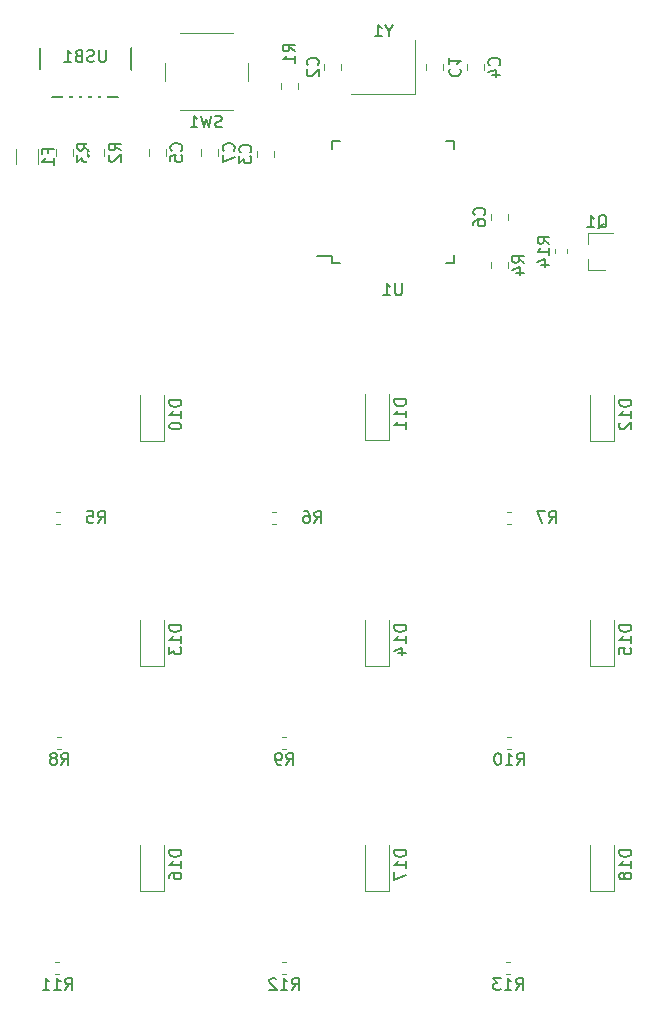
<source format=gbo>
G04 #@! TF.GenerationSoftware,KiCad,Pcbnew,(5.1.4)-1*
G04 #@! TF.CreationDate,2019-10-28T00:07:01+02:00*
G04 #@! TF.ProjectId,Macroboard,4d616372-6f62-46f6-9172-642e6b696361,rev?*
G04 #@! TF.SameCoordinates,Original*
G04 #@! TF.FileFunction,Legend,Bot*
G04 #@! TF.FilePolarity,Positive*
%FSLAX46Y46*%
G04 Gerber Fmt 4.6, Leading zero omitted, Abs format (unit mm)*
G04 Created by KiCad (PCBNEW (5.1.4)-1) date 2019-10-28 00:07:01*
%MOMM*%
%LPD*%
G04 APERTURE LIST*
%ADD10C,0.120000*%
%ADD11C,0.150000*%
%ADD12C,2.102000*%
%ADD13R,1.002000X0.902000*%
%ADD14C,1.852000*%
%ADD15R,2.007000X2.007000*%
%ADD16C,2.007000*%
%ADD17C,2.352000*%
%ADD18C,4.089800*%
%ADD19C,0.100000*%
%ADD20C,1.052000*%
%ADD21R,1.302000X1.002000*%
%ADD22C,4.502000*%
%ADD23C,0.802000*%
%ADD24R,2.202000X1.902000*%
%ADD25O,1.802000X2.802000*%
%ADD26R,0.602000X2.352000*%
%ADD27R,0.652000X1.602000*%
%ADD28R,1.602000X0.652000*%
%ADD29C,1.252000*%
%ADD30C,1.527000*%
G04 APERTURE END LIST*
D10*
X235096000Y-67866000D02*
X235096000Y-69366000D01*
X233846000Y-71866000D02*
X229346000Y-71866000D01*
X228096000Y-69366000D02*
X228096000Y-67866000D01*
X229346000Y-65366000D02*
X233846000Y-65366000D01*
X263908000Y-85400000D02*
X265368000Y-85400000D01*
X263908000Y-82240000D02*
X266068000Y-82240000D01*
X263908000Y-82240000D02*
X263908000Y-83170000D01*
X263908000Y-85400000D02*
X263908000Y-84470000D01*
X262130000Y-83634733D02*
X262130000Y-83977267D01*
X261110000Y-83634733D02*
X261110000Y-83977267D01*
X257003733Y-143952500D02*
X257346267Y-143952500D01*
X257003733Y-144972500D02*
X257346267Y-144972500D01*
X238034983Y-143952500D02*
X238377517Y-143952500D01*
X238034983Y-144972500D02*
X238377517Y-144972500D01*
X218822483Y-143952500D02*
X219165017Y-143952500D01*
X218822483Y-144972500D02*
X219165017Y-144972500D01*
X257084983Y-124902500D02*
X257427517Y-124902500D01*
X257084983Y-125922500D02*
X257427517Y-125922500D01*
X238034983Y-124902500D02*
X238377517Y-124902500D01*
X238034983Y-125922500D02*
X238377517Y-125922500D01*
X218984983Y-124902500D02*
X219327517Y-124902500D01*
X218984983Y-125922500D02*
X219327517Y-125922500D01*
X257084983Y-105852500D02*
X257427517Y-105852500D01*
X257084983Y-106872500D02*
X257427517Y-106872500D01*
X237159983Y-105852500D02*
X237502517Y-105852500D01*
X237159983Y-106872500D02*
X237502517Y-106872500D01*
X218903733Y-105852500D02*
X219246267Y-105852500D01*
X218903733Y-106872500D02*
X219246267Y-106872500D01*
X266112500Y-137981250D02*
X266112500Y-134081250D01*
X264112500Y-137981250D02*
X264112500Y-134081250D01*
X266112500Y-137981250D02*
X264112500Y-137981250D01*
X247062500Y-137981250D02*
X247062500Y-134081250D01*
X245062500Y-137981250D02*
X245062500Y-134081250D01*
X247062500Y-137981250D02*
X245062500Y-137981250D01*
X228012500Y-137981250D02*
X228012500Y-134081250D01*
X226012500Y-137981250D02*
X226012500Y-134081250D01*
X228012500Y-137981250D02*
X226012500Y-137981250D01*
X266112500Y-118931250D02*
X266112500Y-115031250D01*
X264112500Y-118931250D02*
X264112500Y-115031250D01*
X266112500Y-118931250D02*
X264112500Y-118931250D01*
X247062500Y-118931250D02*
X247062500Y-115031250D01*
X245062500Y-118931250D02*
X245062500Y-115031250D01*
X247062500Y-118931250D02*
X245062500Y-118931250D01*
X228012500Y-118931250D02*
X228012500Y-115031250D01*
X226012500Y-118931250D02*
X226012500Y-115031250D01*
X228012500Y-118931250D02*
X226012500Y-118931250D01*
X266112500Y-99881250D02*
X266112500Y-95981250D01*
X264112500Y-99881250D02*
X264112500Y-95981250D01*
X266112500Y-99881250D02*
X264112500Y-99881250D01*
X247062500Y-99818750D02*
X247062500Y-95918750D01*
X245062500Y-99818750D02*
X245062500Y-95918750D01*
X247062500Y-99818750D02*
X245062500Y-99818750D01*
X228012500Y-99881250D02*
X228012500Y-95981250D01*
X226012500Y-99881250D02*
X226012500Y-95981250D01*
X228012500Y-99881250D02*
X226012500Y-99881250D01*
X249281000Y-70456000D02*
X243881000Y-70456000D01*
X249281000Y-65956000D02*
X249281000Y-70456000D01*
D11*
X217511000Y-65278000D02*
X217511000Y-70728000D01*
X225211000Y-65278000D02*
X225211000Y-70728000D01*
X217511000Y-70728000D02*
X225211000Y-70728000D01*
X242221000Y-84229000D02*
X240946000Y-84229000D01*
X252571000Y-84804000D02*
X251896000Y-84804000D01*
X252571000Y-74454000D02*
X251896000Y-74454000D01*
X242221000Y-74454000D02*
X242896000Y-74454000D01*
X242221000Y-84804000D02*
X242896000Y-84804000D01*
X242221000Y-74454000D02*
X242221000Y-75129000D01*
X252571000Y-74454000D02*
X252571000Y-75129000D01*
X252571000Y-84804000D02*
X252571000Y-84129000D01*
X242221000Y-84804000D02*
X242221000Y-84229000D01*
D10*
X255703000Y-85215252D02*
X255703000Y-84692748D01*
X257123000Y-85215252D02*
X257123000Y-84692748D01*
X218873000Y-75708252D02*
X218873000Y-75185748D01*
X220293000Y-75708252D02*
X220293000Y-75185748D01*
X221540000Y-75699252D02*
X221540000Y-75176748D01*
X222960000Y-75699252D02*
X222960000Y-75176748D01*
X237923000Y-70102252D02*
X237923000Y-69579748D01*
X239343000Y-70102252D02*
X239343000Y-69579748D01*
X215498000Y-76384564D02*
X215498000Y-75180436D01*
X217318000Y-76384564D02*
X217318000Y-75180436D01*
X231192000Y-75708252D02*
X231192000Y-75185748D01*
X232612000Y-75708252D02*
X232612000Y-75185748D01*
X257123000Y-80637748D02*
X257123000Y-81160252D01*
X255703000Y-80637748D02*
X255703000Y-81160252D01*
X226747000Y-75708252D02*
X226747000Y-75185748D01*
X228167000Y-75708252D02*
X228167000Y-75185748D01*
X253671000Y-68469252D02*
X253671000Y-67946748D01*
X255091000Y-68469252D02*
X255091000Y-67946748D01*
X237311000Y-75312748D02*
X237311000Y-75835252D01*
X235891000Y-75312748D02*
X235891000Y-75835252D01*
X243026000Y-67928748D02*
X243026000Y-68451252D01*
X241606000Y-67928748D02*
X241606000Y-68451252D01*
X250242000Y-68451252D02*
X250242000Y-67928748D01*
X251662000Y-68451252D02*
X251662000Y-67928748D01*
D11*
X232929333Y-73270761D02*
X232786476Y-73318380D01*
X232548380Y-73318380D01*
X232453142Y-73270761D01*
X232405523Y-73223142D01*
X232357904Y-73127904D01*
X232357904Y-73032666D01*
X232405523Y-72937428D01*
X232453142Y-72889809D01*
X232548380Y-72842190D01*
X232738857Y-72794571D01*
X232834095Y-72746952D01*
X232881714Y-72699333D01*
X232929333Y-72604095D01*
X232929333Y-72508857D01*
X232881714Y-72413619D01*
X232834095Y-72366000D01*
X232738857Y-72318380D01*
X232500761Y-72318380D01*
X232357904Y-72366000D01*
X232024571Y-72318380D02*
X231786476Y-73318380D01*
X231596000Y-72604095D01*
X231405523Y-73318380D01*
X231167428Y-72318380D01*
X230262666Y-73318380D02*
X230834095Y-73318380D01*
X230548380Y-73318380D02*
X230548380Y-72318380D01*
X230643619Y-72461238D01*
X230738857Y-72556476D01*
X230834095Y-72604095D01*
X264763238Y-81867619D02*
X264858476Y-81820000D01*
X264953714Y-81724761D01*
X265096571Y-81581904D01*
X265191809Y-81534285D01*
X265287047Y-81534285D01*
X265239428Y-81772380D02*
X265334666Y-81724761D01*
X265429904Y-81629523D01*
X265477523Y-81439047D01*
X265477523Y-81105714D01*
X265429904Y-80915238D01*
X265334666Y-80820000D01*
X265239428Y-80772380D01*
X265048952Y-80772380D01*
X264953714Y-80820000D01*
X264858476Y-80915238D01*
X264810857Y-81105714D01*
X264810857Y-81439047D01*
X264858476Y-81629523D01*
X264953714Y-81724761D01*
X265048952Y-81772380D01*
X265239428Y-81772380D01*
X263858476Y-81772380D02*
X264429904Y-81772380D01*
X264144190Y-81772380D02*
X264144190Y-80772380D01*
X264239428Y-80915238D01*
X264334666Y-81010476D01*
X264429904Y-81058095D01*
X260642380Y-83163142D02*
X260166190Y-82829809D01*
X260642380Y-82591714D02*
X259642380Y-82591714D01*
X259642380Y-82972666D01*
X259690000Y-83067904D01*
X259737619Y-83115523D01*
X259832857Y-83163142D01*
X259975714Y-83163142D01*
X260070952Y-83115523D01*
X260118571Y-83067904D01*
X260166190Y-82972666D01*
X260166190Y-82591714D01*
X260642380Y-84115523D02*
X260642380Y-83544095D01*
X260642380Y-83829809D02*
X259642380Y-83829809D01*
X259785238Y-83734571D01*
X259880476Y-83639333D01*
X259928095Y-83544095D01*
X259975714Y-84972666D02*
X260642380Y-84972666D01*
X259594761Y-84734571D02*
X260309047Y-84496476D01*
X260309047Y-85115523D01*
X257817857Y-146344880D02*
X258151190Y-145868690D01*
X258389285Y-146344880D02*
X258389285Y-145344880D01*
X258008333Y-145344880D01*
X257913095Y-145392500D01*
X257865476Y-145440119D01*
X257817857Y-145535357D01*
X257817857Y-145678214D01*
X257865476Y-145773452D01*
X257913095Y-145821071D01*
X258008333Y-145868690D01*
X258389285Y-145868690D01*
X256865476Y-146344880D02*
X257436904Y-146344880D01*
X257151190Y-146344880D02*
X257151190Y-145344880D01*
X257246428Y-145487738D01*
X257341666Y-145582976D01*
X257436904Y-145630595D01*
X256532142Y-145344880D02*
X255913095Y-145344880D01*
X256246428Y-145725833D01*
X256103571Y-145725833D01*
X256008333Y-145773452D01*
X255960714Y-145821071D01*
X255913095Y-145916309D01*
X255913095Y-146154404D01*
X255960714Y-146249642D01*
X256008333Y-146297261D01*
X256103571Y-146344880D01*
X256389285Y-146344880D01*
X256484523Y-146297261D01*
X256532142Y-146249642D01*
X238849107Y-146344880D02*
X239182440Y-145868690D01*
X239420535Y-146344880D02*
X239420535Y-145344880D01*
X239039583Y-145344880D01*
X238944345Y-145392500D01*
X238896726Y-145440119D01*
X238849107Y-145535357D01*
X238849107Y-145678214D01*
X238896726Y-145773452D01*
X238944345Y-145821071D01*
X239039583Y-145868690D01*
X239420535Y-145868690D01*
X237896726Y-146344880D02*
X238468154Y-146344880D01*
X238182440Y-146344880D02*
X238182440Y-145344880D01*
X238277678Y-145487738D01*
X238372916Y-145582976D01*
X238468154Y-145630595D01*
X237515773Y-145440119D02*
X237468154Y-145392500D01*
X237372916Y-145344880D01*
X237134821Y-145344880D01*
X237039583Y-145392500D01*
X236991964Y-145440119D01*
X236944345Y-145535357D01*
X236944345Y-145630595D01*
X236991964Y-145773452D01*
X237563392Y-146344880D01*
X236944345Y-146344880D01*
X219636607Y-146344880D02*
X219969940Y-145868690D01*
X220208035Y-146344880D02*
X220208035Y-145344880D01*
X219827083Y-145344880D01*
X219731845Y-145392500D01*
X219684226Y-145440119D01*
X219636607Y-145535357D01*
X219636607Y-145678214D01*
X219684226Y-145773452D01*
X219731845Y-145821071D01*
X219827083Y-145868690D01*
X220208035Y-145868690D01*
X218684226Y-146344880D02*
X219255654Y-146344880D01*
X218969940Y-146344880D02*
X218969940Y-145344880D01*
X219065178Y-145487738D01*
X219160416Y-145582976D01*
X219255654Y-145630595D01*
X217731845Y-146344880D02*
X218303273Y-146344880D01*
X218017559Y-146344880D02*
X218017559Y-145344880D01*
X218112797Y-145487738D01*
X218208035Y-145582976D01*
X218303273Y-145630595D01*
X257899107Y-127294880D02*
X258232440Y-126818690D01*
X258470535Y-127294880D02*
X258470535Y-126294880D01*
X258089583Y-126294880D01*
X257994345Y-126342500D01*
X257946726Y-126390119D01*
X257899107Y-126485357D01*
X257899107Y-126628214D01*
X257946726Y-126723452D01*
X257994345Y-126771071D01*
X258089583Y-126818690D01*
X258470535Y-126818690D01*
X256946726Y-127294880D02*
X257518154Y-127294880D01*
X257232440Y-127294880D02*
X257232440Y-126294880D01*
X257327678Y-126437738D01*
X257422916Y-126532976D01*
X257518154Y-126580595D01*
X256327678Y-126294880D02*
X256232440Y-126294880D01*
X256137202Y-126342500D01*
X256089583Y-126390119D01*
X256041964Y-126485357D01*
X255994345Y-126675833D01*
X255994345Y-126913928D01*
X256041964Y-127104404D01*
X256089583Y-127199642D01*
X256137202Y-127247261D01*
X256232440Y-127294880D01*
X256327678Y-127294880D01*
X256422916Y-127247261D01*
X256470535Y-127199642D01*
X256518154Y-127104404D01*
X256565773Y-126913928D01*
X256565773Y-126675833D01*
X256518154Y-126485357D01*
X256470535Y-126390119D01*
X256422916Y-126342500D01*
X256327678Y-126294880D01*
X238372916Y-127294880D02*
X238706250Y-126818690D01*
X238944345Y-127294880D02*
X238944345Y-126294880D01*
X238563392Y-126294880D01*
X238468154Y-126342500D01*
X238420535Y-126390119D01*
X238372916Y-126485357D01*
X238372916Y-126628214D01*
X238420535Y-126723452D01*
X238468154Y-126771071D01*
X238563392Y-126818690D01*
X238944345Y-126818690D01*
X237896726Y-127294880D02*
X237706250Y-127294880D01*
X237611011Y-127247261D01*
X237563392Y-127199642D01*
X237468154Y-127056785D01*
X237420535Y-126866309D01*
X237420535Y-126485357D01*
X237468154Y-126390119D01*
X237515773Y-126342500D01*
X237611011Y-126294880D01*
X237801488Y-126294880D01*
X237896726Y-126342500D01*
X237944345Y-126390119D01*
X237991964Y-126485357D01*
X237991964Y-126723452D01*
X237944345Y-126818690D01*
X237896726Y-126866309D01*
X237801488Y-126913928D01*
X237611011Y-126913928D01*
X237515773Y-126866309D01*
X237468154Y-126818690D01*
X237420535Y-126723452D01*
X219322916Y-127294880D02*
X219656250Y-126818690D01*
X219894345Y-127294880D02*
X219894345Y-126294880D01*
X219513392Y-126294880D01*
X219418154Y-126342500D01*
X219370535Y-126390119D01*
X219322916Y-126485357D01*
X219322916Y-126628214D01*
X219370535Y-126723452D01*
X219418154Y-126771071D01*
X219513392Y-126818690D01*
X219894345Y-126818690D01*
X218751488Y-126723452D02*
X218846726Y-126675833D01*
X218894345Y-126628214D01*
X218941964Y-126532976D01*
X218941964Y-126485357D01*
X218894345Y-126390119D01*
X218846726Y-126342500D01*
X218751488Y-126294880D01*
X218561011Y-126294880D01*
X218465773Y-126342500D01*
X218418154Y-126390119D01*
X218370535Y-126485357D01*
X218370535Y-126532976D01*
X218418154Y-126628214D01*
X218465773Y-126675833D01*
X218561011Y-126723452D01*
X218751488Y-126723452D01*
X218846726Y-126771071D01*
X218894345Y-126818690D01*
X218941964Y-126913928D01*
X218941964Y-127104404D01*
X218894345Y-127199642D01*
X218846726Y-127247261D01*
X218751488Y-127294880D01*
X218561011Y-127294880D01*
X218465773Y-127247261D01*
X218418154Y-127199642D01*
X218370535Y-127104404D01*
X218370535Y-126913928D01*
X218418154Y-126818690D01*
X218465773Y-126771071D01*
X218561011Y-126723452D01*
X260597916Y-106814880D02*
X260931250Y-106338690D01*
X261169345Y-106814880D02*
X261169345Y-105814880D01*
X260788392Y-105814880D01*
X260693154Y-105862500D01*
X260645535Y-105910119D01*
X260597916Y-106005357D01*
X260597916Y-106148214D01*
X260645535Y-106243452D01*
X260693154Y-106291071D01*
X260788392Y-106338690D01*
X261169345Y-106338690D01*
X260264583Y-105814880D02*
X259597916Y-105814880D01*
X260026488Y-106814880D01*
X240754166Y-106814880D02*
X241087500Y-106338690D01*
X241325595Y-106814880D02*
X241325595Y-105814880D01*
X240944642Y-105814880D01*
X240849404Y-105862500D01*
X240801785Y-105910119D01*
X240754166Y-106005357D01*
X240754166Y-106148214D01*
X240801785Y-106243452D01*
X240849404Y-106291071D01*
X240944642Y-106338690D01*
X241325595Y-106338690D01*
X239897023Y-105814880D02*
X240087500Y-105814880D01*
X240182738Y-105862500D01*
X240230357Y-105910119D01*
X240325595Y-106052976D01*
X240373214Y-106243452D01*
X240373214Y-106624404D01*
X240325595Y-106719642D01*
X240277976Y-106767261D01*
X240182738Y-106814880D01*
X239992261Y-106814880D01*
X239897023Y-106767261D01*
X239849404Y-106719642D01*
X239801785Y-106624404D01*
X239801785Y-106386309D01*
X239849404Y-106291071D01*
X239897023Y-106243452D01*
X239992261Y-106195833D01*
X240182738Y-106195833D01*
X240277976Y-106243452D01*
X240325595Y-106291071D01*
X240373214Y-106386309D01*
X222416666Y-106814880D02*
X222750000Y-106338690D01*
X222988095Y-106814880D02*
X222988095Y-105814880D01*
X222607142Y-105814880D01*
X222511904Y-105862500D01*
X222464285Y-105910119D01*
X222416666Y-106005357D01*
X222416666Y-106148214D01*
X222464285Y-106243452D01*
X222511904Y-106291071D01*
X222607142Y-106338690D01*
X222988095Y-106338690D01*
X221511904Y-105814880D02*
X221988095Y-105814880D01*
X222035714Y-106291071D01*
X221988095Y-106243452D01*
X221892857Y-106195833D01*
X221654761Y-106195833D01*
X221559523Y-106243452D01*
X221511904Y-106291071D01*
X221464285Y-106386309D01*
X221464285Y-106624404D01*
X221511904Y-106719642D01*
X221559523Y-106767261D01*
X221654761Y-106814880D01*
X221892857Y-106814880D01*
X221988095Y-106767261D01*
X222035714Y-106719642D01*
X267564880Y-134516964D02*
X266564880Y-134516964D01*
X266564880Y-134755059D01*
X266612500Y-134897916D01*
X266707738Y-134993154D01*
X266802976Y-135040773D01*
X266993452Y-135088392D01*
X267136309Y-135088392D01*
X267326785Y-135040773D01*
X267422023Y-134993154D01*
X267517261Y-134897916D01*
X267564880Y-134755059D01*
X267564880Y-134516964D01*
X267564880Y-136040773D02*
X267564880Y-135469345D01*
X267564880Y-135755059D02*
X266564880Y-135755059D01*
X266707738Y-135659821D01*
X266802976Y-135564583D01*
X266850595Y-135469345D01*
X266993452Y-136612202D02*
X266945833Y-136516964D01*
X266898214Y-136469345D01*
X266802976Y-136421726D01*
X266755357Y-136421726D01*
X266660119Y-136469345D01*
X266612500Y-136516964D01*
X266564880Y-136612202D01*
X266564880Y-136802678D01*
X266612500Y-136897916D01*
X266660119Y-136945535D01*
X266755357Y-136993154D01*
X266802976Y-136993154D01*
X266898214Y-136945535D01*
X266945833Y-136897916D01*
X266993452Y-136802678D01*
X266993452Y-136612202D01*
X267041071Y-136516964D01*
X267088690Y-136469345D01*
X267183928Y-136421726D01*
X267374404Y-136421726D01*
X267469642Y-136469345D01*
X267517261Y-136516964D01*
X267564880Y-136612202D01*
X267564880Y-136802678D01*
X267517261Y-136897916D01*
X267469642Y-136945535D01*
X267374404Y-136993154D01*
X267183928Y-136993154D01*
X267088690Y-136945535D01*
X267041071Y-136897916D01*
X266993452Y-136802678D01*
X248514880Y-134516964D02*
X247514880Y-134516964D01*
X247514880Y-134755059D01*
X247562500Y-134897916D01*
X247657738Y-134993154D01*
X247752976Y-135040773D01*
X247943452Y-135088392D01*
X248086309Y-135088392D01*
X248276785Y-135040773D01*
X248372023Y-134993154D01*
X248467261Y-134897916D01*
X248514880Y-134755059D01*
X248514880Y-134516964D01*
X248514880Y-136040773D02*
X248514880Y-135469345D01*
X248514880Y-135755059D02*
X247514880Y-135755059D01*
X247657738Y-135659821D01*
X247752976Y-135564583D01*
X247800595Y-135469345D01*
X247514880Y-136374107D02*
X247514880Y-137040773D01*
X248514880Y-136612202D01*
X229464880Y-134516964D02*
X228464880Y-134516964D01*
X228464880Y-134755059D01*
X228512500Y-134897916D01*
X228607738Y-134993154D01*
X228702976Y-135040773D01*
X228893452Y-135088392D01*
X229036309Y-135088392D01*
X229226785Y-135040773D01*
X229322023Y-134993154D01*
X229417261Y-134897916D01*
X229464880Y-134755059D01*
X229464880Y-134516964D01*
X229464880Y-136040773D02*
X229464880Y-135469345D01*
X229464880Y-135755059D02*
X228464880Y-135755059D01*
X228607738Y-135659821D01*
X228702976Y-135564583D01*
X228750595Y-135469345D01*
X228464880Y-136897916D02*
X228464880Y-136707440D01*
X228512500Y-136612202D01*
X228560119Y-136564583D01*
X228702976Y-136469345D01*
X228893452Y-136421726D01*
X229274404Y-136421726D01*
X229369642Y-136469345D01*
X229417261Y-136516964D01*
X229464880Y-136612202D01*
X229464880Y-136802678D01*
X229417261Y-136897916D01*
X229369642Y-136945535D01*
X229274404Y-136993154D01*
X229036309Y-136993154D01*
X228941071Y-136945535D01*
X228893452Y-136897916D01*
X228845833Y-136802678D01*
X228845833Y-136612202D01*
X228893452Y-136516964D01*
X228941071Y-136469345D01*
X229036309Y-136421726D01*
X267564880Y-115466964D02*
X266564880Y-115466964D01*
X266564880Y-115705059D01*
X266612500Y-115847916D01*
X266707738Y-115943154D01*
X266802976Y-115990773D01*
X266993452Y-116038392D01*
X267136309Y-116038392D01*
X267326785Y-115990773D01*
X267422023Y-115943154D01*
X267517261Y-115847916D01*
X267564880Y-115705059D01*
X267564880Y-115466964D01*
X267564880Y-116990773D02*
X267564880Y-116419345D01*
X267564880Y-116705059D02*
X266564880Y-116705059D01*
X266707738Y-116609821D01*
X266802976Y-116514583D01*
X266850595Y-116419345D01*
X266564880Y-117895535D02*
X266564880Y-117419345D01*
X267041071Y-117371726D01*
X266993452Y-117419345D01*
X266945833Y-117514583D01*
X266945833Y-117752678D01*
X266993452Y-117847916D01*
X267041071Y-117895535D01*
X267136309Y-117943154D01*
X267374404Y-117943154D01*
X267469642Y-117895535D01*
X267517261Y-117847916D01*
X267564880Y-117752678D01*
X267564880Y-117514583D01*
X267517261Y-117419345D01*
X267469642Y-117371726D01*
X248514880Y-115466964D02*
X247514880Y-115466964D01*
X247514880Y-115705059D01*
X247562500Y-115847916D01*
X247657738Y-115943154D01*
X247752976Y-115990773D01*
X247943452Y-116038392D01*
X248086309Y-116038392D01*
X248276785Y-115990773D01*
X248372023Y-115943154D01*
X248467261Y-115847916D01*
X248514880Y-115705059D01*
X248514880Y-115466964D01*
X248514880Y-116990773D02*
X248514880Y-116419345D01*
X248514880Y-116705059D02*
X247514880Y-116705059D01*
X247657738Y-116609821D01*
X247752976Y-116514583D01*
X247800595Y-116419345D01*
X247848214Y-117847916D02*
X248514880Y-117847916D01*
X247467261Y-117609821D02*
X248181547Y-117371726D01*
X248181547Y-117990773D01*
X229464880Y-115466964D02*
X228464880Y-115466964D01*
X228464880Y-115705059D01*
X228512500Y-115847916D01*
X228607738Y-115943154D01*
X228702976Y-115990773D01*
X228893452Y-116038392D01*
X229036309Y-116038392D01*
X229226785Y-115990773D01*
X229322023Y-115943154D01*
X229417261Y-115847916D01*
X229464880Y-115705059D01*
X229464880Y-115466964D01*
X229464880Y-116990773D02*
X229464880Y-116419345D01*
X229464880Y-116705059D02*
X228464880Y-116705059D01*
X228607738Y-116609821D01*
X228702976Y-116514583D01*
X228750595Y-116419345D01*
X228464880Y-117324107D02*
X228464880Y-117943154D01*
X228845833Y-117609821D01*
X228845833Y-117752678D01*
X228893452Y-117847916D01*
X228941071Y-117895535D01*
X229036309Y-117943154D01*
X229274404Y-117943154D01*
X229369642Y-117895535D01*
X229417261Y-117847916D01*
X229464880Y-117752678D01*
X229464880Y-117466964D01*
X229417261Y-117371726D01*
X229369642Y-117324107D01*
X267564880Y-96416964D02*
X266564880Y-96416964D01*
X266564880Y-96655059D01*
X266612500Y-96797916D01*
X266707738Y-96893154D01*
X266802976Y-96940773D01*
X266993452Y-96988392D01*
X267136309Y-96988392D01*
X267326785Y-96940773D01*
X267422023Y-96893154D01*
X267517261Y-96797916D01*
X267564880Y-96655059D01*
X267564880Y-96416964D01*
X267564880Y-97940773D02*
X267564880Y-97369345D01*
X267564880Y-97655059D02*
X266564880Y-97655059D01*
X266707738Y-97559821D01*
X266802976Y-97464583D01*
X266850595Y-97369345D01*
X266660119Y-98321726D02*
X266612500Y-98369345D01*
X266564880Y-98464583D01*
X266564880Y-98702678D01*
X266612500Y-98797916D01*
X266660119Y-98845535D01*
X266755357Y-98893154D01*
X266850595Y-98893154D01*
X266993452Y-98845535D01*
X267564880Y-98274107D01*
X267564880Y-98893154D01*
X248514880Y-96354464D02*
X247514880Y-96354464D01*
X247514880Y-96592559D01*
X247562500Y-96735416D01*
X247657738Y-96830654D01*
X247752976Y-96878273D01*
X247943452Y-96925892D01*
X248086309Y-96925892D01*
X248276785Y-96878273D01*
X248372023Y-96830654D01*
X248467261Y-96735416D01*
X248514880Y-96592559D01*
X248514880Y-96354464D01*
X248514880Y-97878273D02*
X248514880Y-97306845D01*
X248514880Y-97592559D02*
X247514880Y-97592559D01*
X247657738Y-97497321D01*
X247752976Y-97402083D01*
X247800595Y-97306845D01*
X248514880Y-98830654D02*
X248514880Y-98259226D01*
X248514880Y-98544940D02*
X247514880Y-98544940D01*
X247657738Y-98449702D01*
X247752976Y-98354464D01*
X247800595Y-98259226D01*
X229464880Y-96416964D02*
X228464880Y-96416964D01*
X228464880Y-96655059D01*
X228512500Y-96797916D01*
X228607738Y-96893154D01*
X228702976Y-96940773D01*
X228893452Y-96988392D01*
X229036309Y-96988392D01*
X229226785Y-96940773D01*
X229322023Y-96893154D01*
X229417261Y-96797916D01*
X229464880Y-96655059D01*
X229464880Y-96416964D01*
X229464880Y-97940773D02*
X229464880Y-97369345D01*
X229464880Y-97655059D02*
X228464880Y-97655059D01*
X228607738Y-97559821D01*
X228702976Y-97464583D01*
X228750595Y-97369345D01*
X228464880Y-98559821D02*
X228464880Y-98655059D01*
X228512500Y-98750297D01*
X228560119Y-98797916D01*
X228655357Y-98845535D01*
X228845833Y-98893154D01*
X229083928Y-98893154D01*
X229274404Y-98845535D01*
X229369642Y-98797916D01*
X229417261Y-98750297D01*
X229464880Y-98655059D01*
X229464880Y-98559821D01*
X229417261Y-98464583D01*
X229369642Y-98416964D01*
X229274404Y-98369345D01*
X229083928Y-98321726D01*
X228845833Y-98321726D01*
X228655357Y-98369345D01*
X228560119Y-98416964D01*
X228512500Y-98464583D01*
X228464880Y-98559821D01*
X247057190Y-65132190D02*
X247057190Y-65608380D01*
X247390523Y-64608380D02*
X247057190Y-65132190D01*
X246723857Y-64608380D01*
X245866714Y-65608380D02*
X246438142Y-65608380D01*
X246152428Y-65608380D02*
X246152428Y-64608380D01*
X246247666Y-64751238D01*
X246342904Y-64846476D01*
X246438142Y-64894095D01*
X223099095Y-66762380D02*
X223099095Y-67571904D01*
X223051476Y-67667142D01*
X223003857Y-67714761D01*
X222908619Y-67762380D01*
X222718142Y-67762380D01*
X222622904Y-67714761D01*
X222575285Y-67667142D01*
X222527666Y-67571904D01*
X222527666Y-66762380D01*
X222099095Y-67714761D02*
X221956238Y-67762380D01*
X221718142Y-67762380D01*
X221622904Y-67714761D01*
X221575285Y-67667142D01*
X221527666Y-67571904D01*
X221527666Y-67476666D01*
X221575285Y-67381428D01*
X221622904Y-67333809D01*
X221718142Y-67286190D01*
X221908619Y-67238571D01*
X222003857Y-67190952D01*
X222051476Y-67143333D01*
X222099095Y-67048095D01*
X222099095Y-66952857D01*
X222051476Y-66857619D01*
X222003857Y-66810000D01*
X221908619Y-66762380D01*
X221670523Y-66762380D01*
X221527666Y-66810000D01*
X220765761Y-67238571D02*
X220622904Y-67286190D01*
X220575285Y-67333809D01*
X220527666Y-67429047D01*
X220527666Y-67571904D01*
X220575285Y-67667142D01*
X220622904Y-67714761D01*
X220718142Y-67762380D01*
X221099095Y-67762380D01*
X221099095Y-66762380D01*
X220765761Y-66762380D01*
X220670523Y-66810000D01*
X220622904Y-66857619D01*
X220575285Y-66952857D01*
X220575285Y-67048095D01*
X220622904Y-67143333D01*
X220670523Y-67190952D01*
X220765761Y-67238571D01*
X221099095Y-67238571D01*
X219575285Y-67762380D02*
X220146714Y-67762380D01*
X219861000Y-67762380D02*
X219861000Y-66762380D01*
X219956238Y-66905238D01*
X220051476Y-67000476D01*
X220146714Y-67048095D01*
X248157904Y-86531380D02*
X248157904Y-87340904D01*
X248110285Y-87436142D01*
X248062666Y-87483761D01*
X247967428Y-87531380D01*
X247776952Y-87531380D01*
X247681714Y-87483761D01*
X247634095Y-87436142D01*
X247586476Y-87340904D01*
X247586476Y-86531380D01*
X246586476Y-87531380D02*
X247157904Y-87531380D01*
X246872190Y-87531380D02*
X246872190Y-86531380D01*
X246967428Y-86674238D01*
X247062666Y-86769476D01*
X247157904Y-86817095D01*
X258515380Y-84787333D02*
X258039190Y-84454000D01*
X258515380Y-84215904D02*
X257515380Y-84215904D01*
X257515380Y-84596857D01*
X257563000Y-84692095D01*
X257610619Y-84739714D01*
X257705857Y-84787333D01*
X257848714Y-84787333D01*
X257943952Y-84739714D01*
X257991571Y-84692095D01*
X258039190Y-84596857D01*
X258039190Y-84215904D01*
X257848714Y-85644476D02*
X258515380Y-85644476D01*
X257467761Y-85406380D02*
X258182047Y-85168285D01*
X258182047Y-85787333D01*
X221685380Y-75280333D02*
X221209190Y-74947000D01*
X221685380Y-74708904D02*
X220685380Y-74708904D01*
X220685380Y-75089857D01*
X220733000Y-75185095D01*
X220780619Y-75232714D01*
X220875857Y-75280333D01*
X221018714Y-75280333D01*
X221113952Y-75232714D01*
X221161571Y-75185095D01*
X221209190Y-75089857D01*
X221209190Y-74708904D01*
X220685380Y-75613666D02*
X220685380Y-76232714D01*
X221066333Y-75899380D01*
X221066333Y-76042238D01*
X221113952Y-76137476D01*
X221161571Y-76185095D01*
X221256809Y-76232714D01*
X221494904Y-76232714D01*
X221590142Y-76185095D01*
X221637761Y-76137476D01*
X221685380Y-76042238D01*
X221685380Y-75756523D01*
X221637761Y-75661285D01*
X221590142Y-75613666D01*
X224352380Y-75271333D02*
X223876190Y-74938000D01*
X224352380Y-74699904D02*
X223352380Y-74699904D01*
X223352380Y-75080857D01*
X223400000Y-75176095D01*
X223447619Y-75223714D01*
X223542857Y-75271333D01*
X223685714Y-75271333D01*
X223780952Y-75223714D01*
X223828571Y-75176095D01*
X223876190Y-75080857D01*
X223876190Y-74699904D01*
X223447619Y-75652285D02*
X223400000Y-75699904D01*
X223352380Y-75795142D01*
X223352380Y-76033238D01*
X223400000Y-76128476D01*
X223447619Y-76176095D01*
X223542857Y-76223714D01*
X223638095Y-76223714D01*
X223780952Y-76176095D01*
X224352380Y-75604666D01*
X224352380Y-76223714D01*
X239085380Y-66880333D02*
X238609190Y-66547000D01*
X239085380Y-66308904D02*
X238085380Y-66308904D01*
X238085380Y-66689857D01*
X238133000Y-66785095D01*
X238180619Y-66832714D01*
X238275857Y-66880333D01*
X238418714Y-66880333D01*
X238513952Y-66832714D01*
X238561571Y-66785095D01*
X238609190Y-66689857D01*
X238609190Y-66308904D01*
X239085380Y-67832714D02*
X239085380Y-67261285D01*
X239085380Y-67547000D02*
X238085380Y-67547000D01*
X238228238Y-67451761D01*
X238323476Y-67356523D01*
X238371095Y-67261285D01*
X218156571Y-75449166D02*
X218156571Y-75115833D01*
X218680380Y-75115833D02*
X217680380Y-75115833D01*
X217680380Y-75592023D01*
X218680380Y-76496785D02*
X218680380Y-75925357D01*
X218680380Y-76211071D02*
X217680380Y-76211071D01*
X217823238Y-76115833D01*
X217918476Y-76020595D01*
X217966095Y-75925357D01*
X233909142Y-75280333D02*
X233956761Y-75232714D01*
X234004380Y-75089857D01*
X234004380Y-74994619D01*
X233956761Y-74851761D01*
X233861523Y-74756523D01*
X233766285Y-74708904D01*
X233575809Y-74661285D01*
X233432952Y-74661285D01*
X233242476Y-74708904D01*
X233147238Y-74756523D01*
X233052000Y-74851761D01*
X233004380Y-74994619D01*
X233004380Y-75089857D01*
X233052000Y-75232714D01*
X233099619Y-75280333D01*
X233004380Y-75613666D02*
X233004380Y-76280333D01*
X234004380Y-75851761D01*
X255120142Y-80732333D02*
X255167761Y-80684714D01*
X255215380Y-80541857D01*
X255215380Y-80446619D01*
X255167761Y-80303761D01*
X255072523Y-80208523D01*
X254977285Y-80160904D01*
X254786809Y-80113285D01*
X254643952Y-80113285D01*
X254453476Y-80160904D01*
X254358238Y-80208523D01*
X254263000Y-80303761D01*
X254215380Y-80446619D01*
X254215380Y-80541857D01*
X254263000Y-80684714D01*
X254310619Y-80732333D01*
X254215380Y-81589476D02*
X254215380Y-81399000D01*
X254263000Y-81303761D01*
X254310619Y-81256142D01*
X254453476Y-81160904D01*
X254643952Y-81113285D01*
X255024904Y-81113285D01*
X255120142Y-81160904D01*
X255167761Y-81208523D01*
X255215380Y-81303761D01*
X255215380Y-81494238D01*
X255167761Y-81589476D01*
X255120142Y-81637095D01*
X255024904Y-81684714D01*
X254786809Y-81684714D01*
X254691571Y-81637095D01*
X254643952Y-81589476D01*
X254596333Y-81494238D01*
X254596333Y-81303761D01*
X254643952Y-81208523D01*
X254691571Y-81160904D01*
X254786809Y-81113285D01*
X229464142Y-75280333D02*
X229511761Y-75232714D01*
X229559380Y-75089857D01*
X229559380Y-74994619D01*
X229511761Y-74851761D01*
X229416523Y-74756523D01*
X229321285Y-74708904D01*
X229130809Y-74661285D01*
X228987952Y-74661285D01*
X228797476Y-74708904D01*
X228702238Y-74756523D01*
X228607000Y-74851761D01*
X228559380Y-74994619D01*
X228559380Y-75089857D01*
X228607000Y-75232714D01*
X228654619Y-75280333D01*
X228559380Y-76185095D02*
X228559380Y-75708904D01*
X229035571Y-75661285D01*
X228987952Y-75708904D01*
X228940333Y-75804142D01*
X228940333Y-76042238D01*
X228987952Y-76137476D01*
X229035571Y-76185095D01*
X229130809Y-76232714D01*
X229368904Y-76232714D01*
X229464142Y-76185095D01*
X229511761Y-76137476D01*
X229559380Y-76042238D01*
X229559380Y-75804142D01*
X229511761Y-75708904D01*
X229464142Y-75661285D01*
X256388142Y-68041333D02*
X256435761Y-67993714D01*
X256483380Y-67850857D01*
X256483380Y-67755619D01*
X256435761Y-67612761D01*
X256340523Y-67517523D01*
X256245285Y-67469904D01*
X256054809Y-67422285D01*
X255911952Y-67422285D01*
X255721476Y-67469904D01*
X255626238Y-67517523D01*
X255531000Y-67612761D01*
X255483380Y-67755619D01*
X255483380Y-67850857D01*
X255531000Y-67993714D01*
X255578619Y-68041333D01*
X255816714Y-68898476D02*
X256483380Y-68898476D01*
X255435761Y-68660380D02*
X256150047Y-68422285D01*
X256150047Y-69041333D01*
X235308142Y-75407333D02*
X235355761Y-75359714D01*
X235403380Y-75216857D01*
X235403380Y-75121619D01*
X235355761Y-74978761D01*
X235260523Y-74883523D01*
X235165285Y-74835904D01*
X234974809Y-74788285D01*
X234831952Y-74788285D01*
X234641476Y-74835904D01*
X234546238Y-74883523D01*
X234451000Y-74978761D01*
X234403380Y-75121619D01*
X234403380Y-75216857D01*
X234451000Y-75359714D01*
X234498619Y-75407333D01*
X234403380Y-75740666D02*
X234403380Y-76359714D01*
X234784333Y-76026380D01*
X234784333Y-76169238D01*
X234831952Y-76264476D01*
X234879571Y-76312095D01*
X234974809Y-76359714D01*
X235212904Y-76359714D01*
X235308142Y-76312095D01*
X235355761Y-76264476D01*
X235403380Y-76169238D01*
X235403380Y-75883523D01*
X235355761Y-75788285D01*
X235308142Y-75740666D01*
X241023142Y-68023333D02*
X241070761Y-67975714D01*
X241118380Y-67832857D01*
X241118380Y-67737619D01*
X241070761Y-67594761D01*
X240975523Y-67499523D01*
X240880285Y-67451904D01*
X240689809Y-67404285D01*
X240546952Y-67404285D01*
X240356476Y-67451904D01*
X240261238Y-67499523D01*
X240166000Y-67594761D01*
X240118380Y-67737619D01*
X240118380Y-67832857D01*
X240166000Y-67975714D01*
X240213619Y-68023333D01*
X240213619Y-68404285D02*
X240166000Y-68451904D01*
X240118380Y-68547142D01*
X240118380Y-68785238D01*
X240166000Y-68880476D01*
X240213619Y-68928095D01*
X240308857Y-68975714D01*
X240404095Y-68975714D01*
X240546952Y-68928095D01*
X241118380Y-68356666D01*
X241118380Y-68975714D01*
X252244857Y-68356666D02*
X252197238Y-68404285D01*
X252149619Y-68547142D01*
X252149619Y-68642380D01*
X252197238Y-68785238D01*
X252292476Y-68880476D01*
X252387714Y-68928095D01*
X252578190Y-68975714D01*
X252721047Y-68975714D01*
X252911523Y-68928095D01*
X253006761Y-68880476D01*
X253102000Y-68785238D01*
X253149619Y-68642380D01*
X253149619Y-68547142D01*
X253102000Y-68404285D01*
X253054380Y-68356666D01*
X252149619Y-67404285D02*
X252149619Y-67975714D01*
X252149619Y-67690000D02*
X253149619Y-67690000D01*
X253006761Y-67785238D01*
X252911523Y-67880476D01*
X252863904Y-67975714D01*
%LPC*%
D12*
X234846000Y-70866000D03*
X234846000Y-66366000D03*
X228346000Y-70866000D03*
X228346000Y-66366000D03*
D13*
X263668000Y-83820000D03*
X265668000Y-84770000D03*
X265668000Y-82870000D03*
D14*
X224155000Y-135731250D03*
X213995000Y-135731250D03*
D15*
X220345000Y-140811250D03*
D16*
X217805000Y-140811250D03*
D17*
X215265000Y-133191250D03*
D18*
X219075000Y-135731250D03*
D17*
X221615000Y-130651250D03*
D19*
G36*
X261908779Y-84106266D02*
G01*
X261934309Y-84110053D01*
X261959345Y-84116325D01*
X261983646Y-84125020D01*
X262006977Y-84136055D01*
X262029115Y-84149323D01*
X262049845Y-84164698D01*
X262068969Y-84182031D01*
X262086302Y-84201155D01*
X262101677Y-84221885D01*
X262114945Y-84244023D01*
X262125980Y-84267354D01*
X262134675Y-84291655D01*
X262140947Y-84316691D01*
X262144734Y-84342221D01*
X262146000Y-84368000D01*
X262146000Y-84994000D01*
X262144734Y-85019779D01*
X262140947Y-85045309D01*
X262134675Y-85070345D01*
X262125980Y-85094646D01*
X262114945Y-85117977D01*
X262101677Y-85140115D01*
X262086302Y-85160845D01*
X262068969Y-85179969D01*
X262049845Y-85197302D01*
X262029115Y-85212677D01*
X262006977Y-85225945D01*
X261983646Y-85236980D01*
X261959345Y-85245675D01*
X261934309Y-85251947D01*
X261908779Y-85255734D01*
X261883000Y-85257000D01*
X261357000Y-85257000D01*
X261331221Y-85255734D01*
X261305691Y-85251947D01*
X261280655Y-85245675D01*
X261256354Y-85236980D01*
X261233023Y-85225945D01*
X261210885Y-85212677D01*
X261190155Y-85197302D01*
X261171031Y-85179969D01*
X261153698Y-85160845D01*
X261138323Y-85140115D01*
X261125055Y-85117977D01*
X261114020Y-85094646D01*
X261105325Y-85070345D01*
X261099053Y-85045309D01*
X261095266Y-85019779D01*
X261094000Y-84994000D01*
X261094000Y-84368000D01*
X261095266Y-84342221D01*
X261099053Y-84316691D01*
X261105325Y-84291655D01*
X261114020Y-84267354D01*
X261125055Y-84244023D01*
X261138323Y-84221885D01*
X261153698Y-84201155D01*
X261171031Y-84182031D01*
X261190155Y-84164698D01*
X261210885Y-84149323D01*
X261233023Y-84136055D01*
X261256354Y-84125020D01*
X261280655Y-84116325D01*
X261305691Y-84110053D01*
X261331221Y-84106266D01*
X261357000Y-84105000D01*
X261883000Y-84105000D01*
X261908779Y-84106266D01*
X261908779Y-84106266D01*
G37*
D20*
X261620000Y-84681000D03*
D19*
G36*
X261908779Y-82356266D02*
G01*
X261934309Y-82360053D01*
X261959345Y-82366325D01*
X261983646Y-82375020D01*
X262006977Y-82386055D01*
X262029115Y-82399323D01*
X262049845Y-82414698D01*
X262068969Y-82432031D01*
X262086302Y-82451155D01*
X262101677Y-82471885D01*
X262114945Y-82494023D01*
X262125980Y-82517354D01*
X262134675Y-82541655D01*
X262140947Y-82566691D01*
X262144734Y-82592221D01*
X262146000Y-82618000D01*
X262146000Y-83244000D01*
X262144734Y-83269779D01*
X262140947Y-83295309D01*
X262134675Y-83320345D01*
X262125980Y-83344646D01*
X262114945Y-83367977D01*
X262101677Y-83390115D01*
X262086302Y-83410845D01*
X262068969Y-83429969D01*
X262049845Y-83447302D01*
X262029115Y-83462677D01*
X262006977Y-83475945D01*
X261983646Y-83486980D01*
X261959345Y-83495675D01*
X261934309Y-83501947D01*
X261908779Y-83505734D01*
X261883000Y-83507000D01*
X261357000Y-83507000D01*
X261331221Y-83505734D01*
X261305691Y-83501947D01*
X261280655Y-83495675D01*
X261256354Y-83486980D01*
X261233023Y-83475945D01*
X261210885Y-83462677D01*
X261190155Y-83447302D01*
X261171031Y-83429969D01*
X261153698Y-83410845D01*
X261138323Y-83390115D01*
X261125055Y-83367977D01*
X261114020Y-83344646D01*
X261105325Y-83320345D01*
X261099053Y-83295309D01*
X261095266Y-83269779D01*
X261094000Y-83244000D01*
X261094000Y-82618000D01*
X261095266Y-82592221D01*
X261099053Y-82566691D01*
X261105325Y-82541655D01*
X261114020Y-82517354D01*
X261125055Y-82494023D01*
X261138323Y-82471885D01*
X261153698Y-82451155D01*
X261171031Y-82432031D01*
X261190155Y-82414698D01*
X261210885Y-82399323D01*
X261233023Y-82386055D01*
X261256354Y-82375020D01*
X261280655Y-82366325D01*
X261305691Y-82360053D01*
X261331221Y-82356266D01*
X261357000Y-82355000D01*
X261883000Y-82355000D01*
X261908779Y-82356266D01*
X261908779Y-82356266D01*
G37*
D20*
X261620000Y-82931000D03*
D19*
G36*
X258388779Y-143937766D02*
G01*
X258414309Y-143941553D01*
X258439345Y-143947825D01*
X258463646Y-143956520D01*
X258486977Y-143967555D01*
X258509115Y-143980823D01*
X258529845Y-143996198D01*
X258548969Y-144013531D01*
X258566302Y-144032655D01*
X258581677Y-144053385D01*
X258594945Y-144075523D01*
X258605980Y-144098854D01*
X258614675Y-144123155D01*
X258620947Y-144148191D01*
X258624734Y-144173721D01*
X258626000Y-144199500D01*
X258626000Y-144725500D01*
X258624734Y-144751279D01*
X258620947Y-144776809D01*
X258614675Y-144801845D01*
X258605980Y-144826146D01*
X258594945Y-144849477D01*
X258581677Y-144871615D01*
X258566302Y-144892345D01*
X258548969Y-144911469D01*
X258529845Y-144928802D01*
X258509115Y-144944177D01*
X258486977Y-144957445D01*
X258463646Y-144968480D01*
X258439345Y-144977175D01*
X258414309Y-144983447D01*
X258388779Y-144987234D01*
X258363000Y-144988500D01*
X257737000Y-144988500D01*
X257711221Y-144987234D01*
X257685691Y-144983447D01*
X257660655Y-144977175D01*
X257636354Y-144968480D01*
X257613023Y-144957445D01*
X257590885Y-144944177D01*
X257570155Y-144928802D01*
X257551031Y-144911469D01*
X257533698Y-144892345D01*
X257518323Y-144871615D01*
X257505055Y-144849477D01*
X257494020Y-144826146D01*
X257485325Y-144801845D01*
X257479053Y-144776809D01*
X257475266Y-144751279D01*
X257474000Y-144725500D01*
X257474000Y-144199500D01*
X257475266Y-144173721D01*
X257479053Y-144148191D01*
X257485325Y-144123155D01*
X257494020Y-144098854D01*
X257505055Y-144075523D01*
X257518323Y-144053385D01*
X257533698Y-144032655D01*
X257551031Y-144013531D01*
X257570155Y-143996198D01*
X257590885Y-143980823D01*
X257613023Y-143967555D01*
X257636354Y-143956520D01*
X257660655Y-143947825D01*
X257685691Y-143941553D01*
X257711221Y-143937766D01*
X257737000Y-143936500D01*
X258363000Y-143936500D01*
X258388779Y-143937766D01*
X258388779Y-143937766D01*
G37*
D20*
X258050000Y-144462500D03*
D19*
G36*
X256638779Y-143937766D02*
G01*
X256664309Y-143941553D01*
X256689345Y-143947825D01*
X256713646Y-143956520D01*
X256736977Y-143967555D01*
X256759115Y-143980823D01*
X256779845Y-143996198D01*
X256798969Y-144013531D01*
X256816302Y-144032655D01*
X256831677Y-144053385D01*
X256844945Y-144075523D01*
X256855980Y-144098854D01*
X256864675Y-144123155D01*
X256870947Y-144148191D01*
X256874734Y-144173721D01*
X256876000Y-144199500D01*
X256876000Y-144725500D01*
X256874734Y-144751279D01*
X256870947Y-144776809D01*
X256864675Y-144801845D01*
X256855980Y-144826146D01*
X256844945Y-144849477D01*
X256831677Y-144871615D01*
X256816302Y-144892345D01*
X256798969Y-144911469D01*
X256779845Y-144928802D01*
X256759115Y-144944177D01*
X256736977Y-144957445D01*
X256713646Y-144968480D01*
X256689345Y-144977175D01*
X256664309Y-144983447D01*
X256638779Y-144987234D01*
X256613000Y-144988500D01*
X255987000Y-144988500D01*
X255961221Y-144987234D01*
X255935691Y-144983447D01*
X255910655Y-144977175D01*
X255886354Y-144968480D01*
X255863023Y-144957445D01*
X255840885Y-144944177D01*
X255820155Y-144928802D01*
X255801031Y-144911469D01*
X255783698Y-144892345D01*
X255768323Y-144871615D01*
X255755055Y-144849477D01*
X255744020Y-144826146D01*
X255735325Y-144801845D01*
X255729053Y-144776809D01*
X255725266Y-144751279D01*
X255724000Y-144725500D01*
X255724000Y-144199500D01*
X255725266Y-144173721D01*
X255729053Y-144148191D01*
X255735325Y-144123155D01*
X255744020Y-144098854D01*
X255755055Y-144075523D01*
X255768323Y-144053385D01*
X255783698Y-144032655D01*
X255801031Y-144013531D01*
X255820155Y-143996198D01*
X255840885Y-143980823D01*
X255863023Y-143967555D01*
X255886354Y-143956520D01*
X255910655Y-143947825D01*
X255935691Y-143941553D01*
X255961221Y-143937766D01*
X255987000Y-143936500D01*
X256613000Y-143936500D01*
X256638779Y-143937766D01*
X256638779Y-143937766D01*
G37*
D20*
X256300000Y-144462500D03*
D19*
G36*
X239420029Y-143937766D02*
G01*
X239445559Y-143941553D01*
X239470595Y-143947825D01*
X239494896Y-143956520D01*
X239518227Y-143967555D01*
X239540365Y-143980823D01*
X239561095Y-143996198D01*
X239580219Y-144013531D01*
X239597552Y-144032655D01*
X239612927Y-144053385D01*
X239626195Y-144075523D01*
X239637230Y-144098854D01*
X239645925Y-144123155D01*
X239652197Y-144148191D01*
X239655984Y-144173721D01*
X239657250Y-144199500D01*
X239657250Y-144725500D01*
X239655984Y-144751279D01*
X239652197Y-144776809D01*
X239645925Y-144801845D01*
X239637230Y-144826146D01*
X239626195Y-144849477D01*
X239612927Y-144871615D01*
X239597552Y-144892345D01*
X239580219Y-144911469D01*
X239561095Y-144928802D01*
X239540365Y-144944177D01*
X239518227Y-144957445D01*
X239494896Y-144968480D01*
X239470595Y-144977175D01*
X239445559Y-144983447D01*
X239420029Y-144987234D01*
X239394250Y-144988500D01*
X238768250Y-144988500D01*
X238742471Y-144987234D01*
X238716941Y-144983447D01*
X238691905Y-144977175D01*
X238667604Y-144968480D01*
X238644273Y-144957445D01*
X238622135Y-144944177D01*
X238601405Y-144928802D01*
X238582281Y-144911469D01*
X238564948Y-144892345D01*
X238549573Y-144871615D01*
X238536305Y-144849477D01*
X238525270Y-144826146D01*
X238516575Y-144801845D01*
X238510303Y-144776809D01*
X238506516Y-144751279D01*
X238505250Y-144725500D01*
X238505250Y-144199500D01*
X238506516Y-144173721D01*
X238510303Y-144148191D01*
X238516575Y-144123155D01*
X238525270Y-144098854D01*
X238536305Y-144075523D01*
X238549573Y-144053385D01*
X238564948Y-144032655D01*
X238582281Y-144013531D01*
X238601405Y-143996198D01*
X238622135Y-143980823D01*
X238644273Y-143967555D01*
X238667604Y-143956520D01*
X238691905Y-143947825D01*
X238716941Y-143941553D01*
X238742471Y-143937766D01*
X238768250Y-143936500D01*
X239394250Y-143936500D01*
X239420029Y-143937766D01*
X239420029Y-143937766D01*
G37*
D20*
X239081250Y-144462500D03*
D19*
G36*
X237670029Y-143937766D02*
G01*
X237695559Y-143941553D01*
X237720595Y-143947825D01*
X237744896Y-143956520D01*
X237768227Y-143967555D01*
X237790365Y-143980823D01*
X237811095Y-143996198D01*
X237830219Y-144013531D01*
X237847552Y-144032655D01*
X237862927Y-144053385D01*
X237876195Y-144075523D01*
X237887230Y-144098854D01*
X237895925Y-144123155D01*
X237902197Y-144148191D01*
X237905984Y-144173721D01*
X237907250Y-144199500D01*
X237907250Y-144725500D01*
X237905984Y-144751279D01*
X237902197Y-144776809D01*
X237895925Y-144801845D01*
X237887230Y-144826146D01*
X237876195Y-144849477D01*
X237862927Y-144871615D01*
X237847552Y-144892345D01*
X237830219Y-144911469D01*
X237811095Y-144928802D01*
X237790365Y-144944177D01*
X237768227Y-144957445D01*
X237744896Y-144968480D01*
X237720595Y-144977175D01*
X237695559Y-144983447D01*
X237670029Y-144987234D01*
X237644250Y-144988500D01*
X237018250Y-144988500D01*
X236992471Y-144987234D01*
X236966941Y-144983447D01*
X236941905Y-144977175D01*
X236917604Y-144968480D01*
X236894273Y-144957445D01*
X236872135Y-144944177D01*
X236851405Y-144928802D01*
X236832281Y-144911469D01*
X236814948Y-144892345D01*
X236799573Y-144871615D01*
X236786305Y-144849477D01*
X236775270Y-144826146D01*
X236766575Y-144801845D01*
X236760303Y-144776809D01*
X236756516Y-144751279D01*
X236755250Y-144725500D01*
X236755250Y-144199500D01*
X236756516Y-144173721D01*
X236760303Y-144148191D01*
X236766575Y-144123155D01*
X236775270Y-144098854D01*
X236786305Y-144075523D01*
X236799573Y-144053385D01*
X236814948Y-144032655D01*
X236832281Y-144013531D01*
X236851405Y-143996198D01*
X236872135Y-143980823D01*
X236894273Y-143967555D01*
X236917604Y-143956520D01*
X236941905Y-143947825D01*
X236966941Y-143941553D01*
X236992471Y-143937766D01*
X237018250Y-143936500D01*
X237644250Y-143936500D01*
X237670029Y-143937766D01*
X237670029Y-143937766D01*
G37*
D20*
X237331250Y-144462500D03*
D19*
G36*
X220207529Y-143937766D02*
G01*
X220233059Y-143941553D01*
X220258095Y-143947825D01*
X220282396Y-143956520D01*
X220305727Y-143967555D01*
X220327865Y-143980823D01*
X220348595Y-143996198D01*
X220367719Y-144013531D01*
X220385052Y-144032655D01*
X220400427Y-144053385D01*
X220413695Y-144075523D01*
X220424730Y-144098854D01*
X220433425Y-144123155D01*
X220439697Y-144148191D01*
X220443484Y-144173721D01*
X220444750Y-144199500D01*
X220444750Y-144725500D01*
X220443484Y-144751279D01*
X220439697Y-144776809D01*
X220433425Y-144801845D01*
X220424730Y-144826146D01*
X220413695Y-144849477D01*
X220400427Y-144871615D01*
X220385052Y-144892345D01*
X220367719Y-144911469D01*
X220348595Y-144928802D01*
X220327865Y-144944177D01*
X220305727Y-144957445D01*
X220282396Y-144968480D01*
X220258095Y-144977175D01*
X220233059Y-144983447D01*
X220207529Y-144987234D01*
X220181750Y-144988500D01*
X219555750Y-144988500D01*
X219529971Y-144987234D01*
X219504441Y-144983447D01*
X219479405Y-144977175D01*
X219455104Y-144968480D01*
X219431773Y-144957445D01*
X219409635Y-144944177D01*
X219388905Y-144928802D01*
X219369781Y-144911469D01*
X219352448Y-144892345D01*
X219337073Y-144871615D01*
X219323805Y-144849477D01*
X219312770Y-144826146D01*
X219304075Y-144801845D01*
X219297803Y-144776809D01*
X219294016Y-144751279D01*
X219292750Y-144725500D01*
X219292750Y-144199500D01*
X219294016Y-144173721D01*
X219297803Y-144148191D01*
X219304075Y-144123155D01*
X219312770Y-144098854D01*
X219323805Y-144075523D01*
X219337073Y-144053385D01*
X219352448Y-144032655D01*
X219369781Y-144013531D01*
X219388905Y-143996198D01*
X219409635Y-143980823D01*
X219431773Y-143967555D01*
X219455104Y-143956520D01*
X219479405Y-143947825D01*
X219504441Y-143941553D01*
X219529971Y-143937766D01*
X219555750Y-143936500D01*
X220181750Y-143936500D01*
X220207529Y-143937766D01*
X220207529Y-143937766D01*
G37*
D20*
X219868750Y-144462500D03*
D19*
G36*
X218457529Y-143937766D02*
G01*
X218483059Y-143941553D01*
X218508095Y-143947825D01*
X218532396Y-143956520D01*
X218555727Y-143967555D01*
X218577865Y-143980823D01*
X218598595Y-143996198D01*
X218617719Y-144013531D01*
X218635052Y-144032655D01*
X218650427Y-144053385D01*
X218663695Y-144075523D01*
X218674730Y-144098854D01*
X218683425Y-144123155D01*
X218689697Y-144148191D01*
X218693484Y-144173721D01*
X218694750Y-144199500D01*
X218694750Y-144725500D01*
X218693484Y-144751279D01*
X218689697Y-144776809D01*
X218683425Y-144801845D01*
X218674730Y-144826146D01*
X218663695Y-144849477D01*
X218650427Y-144871615D01*
X218635052Y-144892345D01*
X218617719Y-144911469D01*
X218598595Y-144928802D01*
X218577865Y-144944177D01*
X218555727Y-144957445D01*
X218532396Y-144968480D01*
X218508095Y-144977175D01*
X218483059Y-144983447D01*
X218457529Y-144987234D01*
X218431750Y-144988500D01*
X217805750Y-144988500D01*
X217779971Y-144987234D01*
X217754441Y-144983447D01*
X217729405Y-144977175D01*
X217705104Y-144968480D01*
X217681773Y-144957445D01*
X217659635Y-144944177D01*
X217638905Y-144928802D01*
X217619781Y-144911469D01*
X217602448Y-144892345D01*
X217587073Y-144871615D01*
X217573805Y-144849477D01*
X217562770Y-144826146D01*
X217554075Y-144801845D01*
X217547803Y-144776809D01*
X217544016Y-144751279D01*
X217542750Y-144725500D01*
X217542750Y-144199500D01*
X217544016Y-144173721D01*
X217547803Y-144148191D01*
X217554075Y-144123155D01*
X217562770Y-144098854D01*
X217573805Y-144075523D01*
X217587073Y-144053385D01*
X217602448Y-144032655D01*
X217619781Y-144013531D01*
X217638905Y-143996198D01*
X217659635Y-143980823D01*
X217681773Y-143967555D01*
X217705104Y-143956520D01*
X217729405Y-143947825D01*
X217754441Y-143941553D01*
X217779971Y-143937766D01*
X217805750Y-143936500D01*
X218431750Y-143936500D01*
X218457529Y-143937766D01*
X218457529Y-143937766D01*
G37*
D20*
X218118750Y-144462500D03*
D19*
G36*
X258470029Y-124887766D02*
G01*
X258495559Y-124891553D01*
X258520595Y-124897825D01*
X258544896Y-124906520D01*
X258568227Y-124917555D01*
X258590365Y-124930823D01*
X258611095Y-124946198D01*
X258630219Y-124963531D01*
X258647552Y-124982655D01*
X258662927Y-125003385D01*
X258676195Y-125025523D01*
X258687230Y-125048854D01*
X258695925Y-125073155D01*
X258702197Y-125098191D01*
X258705984Y-125123721D01*
X258707250Y-125149500D01*
X258707250Y-125675500D01*
X258705984Y-125701279D01*
X258702197Y-125726809D01*
X258695925Y-125751845D01*
X258687230Y-125776146D01*
X258676195Y-125799477D01*
X258662927Y-125821615D01*
X258647552Y-125842345D01*
X258630219Y-125861469D01*
X258611095Y-125878802D01*
X258590365Y-125894177D01*
X258568227Y-125907445D01*
X258544896Y-125918480D01*
X258520595Y-125927175D01*
X258495559Y-125933447D01*
X258470029Y-125937234D01*
X258444250Y-125938500D01*
X257818250Y-125938500D01*
X257792471Y-125937234D01*
X257766941Y-125933447D01*
X257741905Y-125927175D01*
X257717604Y-125918480D01*
X257694273Y-125907445D01*
X257672135Y-125894177D01*
X257651405Y-125878802D01*
X257632281Y-125861469D01*
X257614948Y-125842345D01*
X257599573Y-125821615D01*
X257586305Y-125799477D01*
X257575270Y-125776146D01*
X257566575Y-125751845D01*
X257560303Y-125726809D01*
X257556516Y-125701279D01*
X257555250Y-125675500D01*
X257555250Y-125149500D01*
X257556516Y-125123721D01*
X257560303Y-125098191D01*
X257566575Y-125073155D01*
X257575270Y-125048854D01*
X257586305Y-125025523D01*
X257599573Y-125003385D01*
X257614948Y-124982655D01*
X257632281Y-124963531D01*
X257651405Y-124946198D01*
X257672135Y-124930823D01*
X257694273Y-124917555D01*
X257717604Y-124906520D01*
X257741905Y-124897825D01*
X257766941Y-124891553D01*
X257792471Y-124887766D01*
X257818250Y-124886500D01*
X258444250Y-124886500D01*
X258470029Y-124887766D01*
X258470029Y-124887766D01*
G37*
D20*
X258131250Y-125412500D03*
D19*
G36*
X256720029Y-124887766D02*
G01*
X256745559Y-124891553D01*
X256770595Y-124897825D01*
X256794896Y-124906520D01*
X256818227Y-124917555D01*
X256840365Y-124930823D01*
X256861095Y-124946198D01*
X256880219Y-124963531D01*
X256897552Y-124982655D01*
X256912927Y-125003385D01*
X256926195Y-125025523D01*
X256937230Y-125048854D01*
X256945925Y-125073155D01*
X256952197Y-125098191D01*
X256955984Y-125123721D01*
X256957250Y-125149500D01*
X256957250Y-125675500D01*
X256955984Y-125701279D01*
X256952197Y-125726809D01*
X256945925Y-125751845D01*
X256937230Y-125776146D01*
X256926195Y-125799477D01*
X256912927Y-125821615D01*
X256897552Y-125842345D01*
X256880219Y-125861469D01*
X256861095Y-125878802D01*
X256840365Y-125894177D01*
X256818227Y-125907445D01*
X256794896Y-125918480D01*
X256770595Y-125927175D01*
X256745559Y-125933447D01*
X256720029Y-125937234D01*
X256694250Y-125938500D01*
X256068250Y-125938500D01*
X256042471Y-125937234D01*
X256016941Y-125933447D01*
X255991905Y-125927175D01*
X255967604Y-125918480D01*
X255944273Y-125907445D01*
X255922135Y-125894177D01*
X255901405Y-125878802D01*
X255882281Y-125861469D01*
X255864948Y-125842345D01*
X255849573Y-125821615D01*
X255836305Y-125799477D01*
X255825270Y-125776146D01*
X255816575Y-125751845D01*
X255810303Y-125726809D01*
X255806516Y-125701279D01*
X255805250Y-125675500D01*
X255805250Y-125149500D01*
X255806516Y-125123721D01*
X255810303Y-125098191D01*
X255816575Y-125073155D01*
X255825270Y-125048854D01*
X255836305Y-125025523D01*
X255849573Y-125003385D01*
X255864948Y-124982655D01*
X255882281Y-124963531D01*
X255901405Y-124946198D01*
X255922135Y-124930823D01*
X255944273Y-124917555D01*
X255967604Y-124906520D01*
X255991905Y-124897825D01*
X256016941Y-124891553D01*
X256042471Y-124887766D01*
X256068250Y-124886500D01*
X256694250Y-124886500D01*
X256720029Y-124887766D01*
X256720029Y-124887766D01*
G37*
D20*
X256381250Y-125412500D03*
D19*
G36*
X239420029Y-124887766D02*
G01*
X239445559Y-124891553D01*
X239470595Y-124897825D01*
X239494896Y-124906520D01*
X239518227Y-124917555D01*
X239540365Y-124930823D01*
X239561095Y-124946198D01*
X239580219Y-124963531D01*
X239597552Y-124982655D01*
X239612927Y-125003385D01*
X239626195Y-125025523D01*
X239637230Y-125048854D01*
X239645925Y-125073155D01*
X239652197Y-125098191D01*
X239655984Y-125123721D01*
X239657250Y-125149500D01*
X239657250Y-125675500D01*
X239655984Y-125701279D01*
X239652197Y-125726809D01*
X239645925Y-125751845D01*
X239637230Y-125776146D01*
X239626195Y-125799477D01*
X239612927Y-125821615D01*
X239597552Y-125842345D01*
X239580219Y-125861469D01*
X239561095Y-125878802D01*
X239540365Y-125894177D01*
X239518227Y-125907445D01*
X239494896Y-125918480D01*
X239470595Y-125927175D01*
X239445559Y-125933447D01*
X239420029Y-125937234D01*
X239394250Y-125938500D01*
X238768250Y-125938500D01*
X238742471Y-125937234D01*
X238716941Y-125933447D01*
X238691905Y-125927175D01*
X238667604Y-125918480D01*
X238644273Y-125907445D01*
X238622135Y-125894177D01*
X238601405Y-125878802D01*
X238582281Y-125861469D01*
X238564948Y-125842345D01*
X238549573Y-125821615D01*
X238536305Y-125799477D01*
X238525270Y-125776146D01*
X238516575Y-125751845D01*
X238510303Y-125726809D01*
X238506516Y-125701279D01*
X238505250Y-125675500D01*
X238505250Y-125149500D01*
X238506516Y-125123721D01*
X238510303Y-125098191D01*
X238516575Y-125073155D01*
X238525270Y-125048854D01*
X238536305Y-125025523D01*
X238549573Y-125003385D01*
X238564948Y-124982655D01*
X238582281Y-124963531D01*
X238601405Y-124946198D01*
X238622135Y-124930823D01*
X238644273Y-124917555D01*
X238667604Y-124906520D01*
X238691905Y-124897825D01*
X238716941Y-124891553D01*
X238742471Y-124887766D01*
X238768250Y-124886500D01*
X239394250Y-124886500D01*
X239420029Y-124887766D01*
X239420029Y-124887766D01*
G37*
D20*
X239081250Y-125412500D03*
D19*
G36*
X237670029Y-124887766D02*
G01*
X237695559Y-124891553D01*
X237720595Y-124897825D01*
X237744896Y-124906520D01*
X237768227Y-124917555D01*
X237790365Y-124930823D01*
X237811095Y-124946198D01*
X237830219Y-124963531D01*
X237847552Y-124982655D01*
X237862927Y-125003385D01*
X237876195Y-125025523D01*
X237887230Y-125048854D01*
X237895925Y-125073155D01*
X237902197Y-125098191D01*
X237905984Y-125123721D01*
X237907250Y-125149500D01*
X237907250Y-125675500D01*
X237905984Y-125701279D01*
X237902197Y-125726809D01*
X237895925Y-125751845D01*
X237887230Y-125776146D01*
X237876195Y-125799477D01*
X237862927Y-125821615D01*
X237847552Y-125842345D01*
X237830219Y-125861469D01*
X237811095Y-125878802D01*
X237790365Y-125894177D01*
X237768227Y-125907445D01*
X237744896Y-125918480D01*
X237720595Y-125927175D01*
X237695559Y-125933447D01*
X237670029Y-125937234D01*
X237644250Y-125938500D01*
X237018250Y-125938500D01*
X236992471Y-125937234D01*
X236966941Y-125933447D01*
X236941905Y-125927175D01*
X236917604Y-125918480D01*
X236894273Y-125907445D01*
X236872135Y-125894177D01*
X236851405Y-125878802D01*
X236832281Y-125861469D01*
X236814948Y-125842345D01*
X236799573Y-125821615D01*
X236786305Y-125799477D01*
X236775270Y-125776146D01*
X236766575Y-125751845D01*
X236760303Y-125726809D01*
X236756516Y-125701279D01*
X236755250Y-125675500D01*
X236755250Y-125149500D01*
X236756516Y-125123721D01*
X236760303Y-125098191D01*
X236766575Y-125073155D01*
X236775270Y-125048854D01*
X236786305Y-125025523D01*
X236799573Y-125003385D01*
X236814948Y-124982655D01*
X236832281Y-124963531D01*
X236851405Y-124946198D01*
X236872135Y-124930823D01*
X236894273Y-124917555D01*
X236917604Y-124906520D01*
X236941905Y-124897825D01*
X236966941Y-124891553D01*
X236992471Y-124887766D01*
X237018250Y-124886500D01*
X237644250Y-124886500D01*
X237670029Y-124887766D01*
X237670029Y-124887766D01*
G37*
D20*
X237331250Y-125412500D03*
D19*
G36*
X220370029Y-124887766D02*
G01*
X220395559Y-124891553D01*
X220420595Y-124897825D01*
X220444896Y-124906520D01*
X220468227Y-124917555D01*
X220490365Y-124930823D01*
X220511095Y-124946198D01*
X220530219Y-124963531D01*
X220547552Y-124982655D01*
X220562927Y-125003385D01*
X220576195Y-125025523D01*
X220587230Y-125048854D01*
X220595925Y-125073155D01*
X220602197Y-125098191D01*
X220605984Y-125123721D01*
X220607250Y-125149500D01*
X220607250Y-125675500D01*
X220605984Y-125701279D01*
X220602197Y-125726809D01*
X220595925Y-125751845D01*
X220587230Y-125776146D01*
X220576195Y-125799477D01*
X220562927Y-125821615D01*
X220547552Y-125842345D01*
X220530219Y-125861469D01*
X220511095Y-125878802D01*
X220490365Y-125894177D01*
X220468227Y-125907445D01*
X220444896Y-125918480D01*
X220420595Y-125927175D01*
X220395559Y-125933447D01*
X220370029Y-125937234D01*
X220344250Y-125938500D01*
X219718250Y-125938500D01*
X219692471Y-125937234D01*
X219666941Y-125933447D01*
X219641905Y-125927175D01*
X219617604Y-125918480D01*
X219594273Y-125907445D01*
X219572135Y-125894177D01*
X219551405Y-125878802D01*
X219532281Y-125861469D01*
X219514948Y-125842345D01*
X219499573Y-125821615D01*
X219486305Y-125799477D01*
X219475270Y-125776146D01*
X219466575Y-125751845D01*
X219460303Y-125726809D01*
X219456516Y-125701279D01*
X219455250Y-125675500D01*
X219455250Y-125149500D01*
X219456516Y-125123721D01*
X219460303Y-125098191D01*
X219466575Y-125073155D01*
X219475270Y-125048854D01*
X219486305Y-125025523D01*
X219499573Y-125003385D01*
X219514948Y-124982655D01*
X219532281Y-124963531D01*
X219551405Y-124946198D01*
X219572135Y-124930823D01*
X219594273Y-124917555D01*
X219617604Y-124906520D01*
X219641905Y-124897825D01*
X219666941Y-124891553D01*
X219692471Y-124887766D01*
X219718250Y-124886500D01*
X220344250Y-124886500D01*
X220370029Y-124887766D01*
X220370029Y-124887766D01*
G37*
D20*
X220031250Y-125412500D03*
D19*
G36*
X218620029Y-124887766D02*
G01*
X218645559Y-124891553D01*
X218670595Y-124897825D01*
X218694896Y-124906520D01*
X218718227Y-124917555D01*
X218740365Y-124930823D01*
X218761095Y-124946198D01*
X218780219Y-124963531D01*
X218797552Y-124982655D01*
X218812927Y-125003385D01*
X218826195Y-125025523D01*
X218837230Y-125048854D01*
X218845925Y-125073155D01*
X218852197Y-125098191D01*
X218855984Y-125123721D01*
X218857250Y-125149500D01*
X218857250Y-125675500D01*
X218855984Y-125701279D01*
X218852197Y-125726809D01*
X218845925Y-125751845D01*
X218837230Y-125776146D01*
X218826195Y-125799477D01*
X218812927Y-125821615D01*
X218797552Y-125842345D01*
X218780219Y-125861469D01*
X218761095Y-125878802D01*
X218740365Y-125894177D01*
X218718227Y-125907445D01*
X218694896Y-125918480D01*
X218670595Y-125927175D01*
X218645559Y-125933447D01*
X218620029Y-125937234D01*
X218594250Y-125938500D01*
X217968250Y-125938500D01*
X217942471Y-125937234D01*
X217916941Y-125933447D01*
X217891905Y-125927175D01*
X217867604Y-125918480D01*
X217844273Y-125907445D01*
X217822135Y-125894177D01*
X217801405Y-125878802D01*
X217782281Y-125861469D01*
X217764948Y-125842345D01*
X217749573Y-125821615D01*
X217736305Y-125799477D01*
X217725270Y-125776146D01*
X217716575Y-125751845D01*
X217710303Y-125726809D01*
X217706516Y-125701279D01*
X217705250Y-125675500D01*
X217705250Y-125149500D01*
X217706516Y-125123721D01*
X217710303Y-125098191D01*
X217716575Y-125073155D01*
X217725270Y-125048854D01*
X217736305Y-125025523D01*
X217749573Y-125003385D01*
X217764948Y-124982655D01*
X217782281Y-124963531D01*
X217801405Y-124946198D01*
X217822135Y-124930823D01*
X217844273Y-124917555D01*
X217867604Y-124906520D01*
X217891905Y-124897825D01*
X217916941Y-124891553D01*
X217942471Y-124887766D01*
X217968250Y-124886500D01*
X218594250Y-124886500D01*
X218620029Y-124887766D01*
X218620029Y-124887766D01*
G37*
D20*
X218281250Y-125412500D03*
D19*
G36*
X258470029Y-105837766D02*
G01*
X258495559Y-105841553D01*
X258520595Y-105847825D01*
X258544896Y-105856520D01*
X258568227Y-105867555D01*
X258590365Y-105880823D01*
X258611095Y-105896198D01*
X258630219Y-105913531D01*
X258647552Y-105932655D01*
X258662927Y-105953385D01*
X258676195Y-105975523D01*
X258687230Y-105998854D01*
X258695925Y-106023155D01*
X258702197Y-106048191D01*
X258705984Y-106073721D01*
X258707250Y-106099500D01*
X258707250Y-106625500D01*
X258705984Y-106651279D01*
X258702197Y-106676809D01*
X258695925Y-106701845D01*
X258687230Y-106726146D01*
X258676195Y-106749477D01*
X258662927Y-106771615D01*
X258647552Y-106792345D01*
X258630219Y-106811469D01*
X258611095Y-106828802D01*
X258590365Y-106844177D01*
X258568227Y-106857445D01*
X258544896Y-106868480D01*
X258520595Y-106877175D01*
X258495559Y-106883447D01*
X258470029Y-106887234D01*
X258444250Y-106888500D01*
X257818250Y-106888500D01*
X257792471Y-106887234D01*
X257766941Y-106883447D01*
X257741905Y-106877175D01*
X257717604Y-106868480D01*
X257694273Y-106857445D01*
X257672135Y-106844177D01*
X257651405Y-106828802D01*
X257632281Y-106811469D01*
X257614948Y-106792345D01*
X257599573Y-106771615D01*
X257586305Y-106749477D01*
X257575270Y-106726146D01*
X257566575Y-106701845D01*
X257560303Y-106676809D01*
X257556516Y-106651279D01*
X257555250Y-106625500D01*
X257555250Y-106099500D01*
X257556516Y-106073721D01*
X257560303Y-106048191D01*
X257566575Y-106023155D01*
X257575270Y-105998854D01*
X257586305Y-105975523D01*
X257599573Y-105953385D01*
X257614948Y-105932655D01*
X257632281Y-105913531D01*
X257651405Y-105896198D01*
X257672135Y-105880823D01*
X257694273Y-105867555D01*
X257717604Y-105856520D01*
X257741905Y-105847825D01*
X257766941Y-105841553D01*
X257792471Y-105837766D01*
X257818250Y-105836500D01*
X258444250Y-105836500D01*
X258470029Y-105837766D01*
X258470029Y-105837766D01*
G37*
D20*
X258131250Y-106362500D03*
D19*
G36*
X256720029Y-105837766D02*
G01*
X256745559Y-105841553D01*
X256770595Y-105847825D01*
X256794896Y-105856520D01*
X256818227Y-105867555D01*
X256840365Y-105880823D01*
X256861095Y-105896198D01*
X256880219Y-105913531D01*
X256897552Y-105932655D01*
X256912927Y-105953385D01*
X256926195Y-105975523D01*
X256937230Y-105998854D01*
X256945925Y-106023155D01*
X256952197Y-106048191D01*
X256955984Y-106073721D01*
X256957250Y-106099500D01*
X256957250Y-106625500D01*
X256955984Y-106651279D01*
X256952197Y-106676809D01*
X256945925Y-106701845D01*
X256937230Y-106726146D01*
X256926195Y-106749477D01*
X256912927Y-106771615D01*
X256897552Y-106792345D01*
X256880219Y-106811469D01*
X256861095Y-106828802D01*
X256840365Y-106844177D01*
X256818227Y-106857445D01*
X256794896Y-106868480D01*
X256770595Y-106877175D01*
X256745559Y-106883447D01*
X256720029Y-106887234D01*
X256694250Y-106888500D01*
X256068250Y-106888500D01*
X256042471Y-106887234D01*
X256016941Y-106883447D01*
X255991905Y-106877175D01*
X255967604Y-106868480D01*
X255944273Y-106857445D01*
X255922135Y-106844177D01*
X255901405Y-106828802D01*
X255882281Y-106811469D01*
X255864948Y-106792345D01*
X255849573Y-106771615D01*
X255836305Y-106749477D01*
X255825270Y-106726146D01*
X255816575Y-106701845D01*
X255810303Y-106676809D01*
X255806516Y-106651279D01*
X255805250Y-106625500D01*
X255805250Y-106099500D01*
X255806516Y-106073721D01*
X255810303Y-106048191D01*
X255816575Y-106023155D01*
X255825270Y-105998854D01*
X255836305Y-105975523D01*
X255849573Y-105953385D01*
X255864948Y-105932655D01*
X255882281Y-105913531D01*
X255901405Y-105896198D01*
X255922135Y-105880823D01*
X255944273Y-105867555D01*
X255967604Y-105856520D01*
X255991905Y-105847825D01*
X256016941Y-105841553D01*
X256042471Y-105837766D01*
X256068250Y-105836500D01*
X256694250Y-105836500D01*
X256720029Y-105837766D01*
X256720029Y-105837766D01*
G37*
D20*
X256381250Y-106362500D03*
D19*
G36*
X238545029Y-105837766D02*
G01*
X238570559Y-105841553D01*
X238595595Y-105847825D01*
X238619896Y-105856520D01*
X238643227Y-105867555D01*
X238665365Y-105880823D01*
X238686095Y-105896198D01*
X238705219Y-105913531D01*
X238722552Y-105932655D01*
X238737927Y-105953385D01*
X238751195Y-105975523D01*
X238762230Y-105998854D01*
X238770925Y-106023155D01*
X238777197Y-106048191D01*
X238780984Y-106073721D01*
X238782250Y-106099500D01*
X238782250Y-106625500D01*
X238780984Y-106651279D01*
X238777197Y-106676809D01*
X238770925Y-106701845D01*
X238762230Y-106726146D01*
X238751195Y-106749477D01*
X238737927Y-106771615D01*
X238722552Y-106792345D01*
X238705219Y-106811469D01*
X238686095Y-106828802D01*
X238665365Y-106844177D01*
X238643227Y-106857445D01*
X238619896Y-106868480D01*
X238595595Y-106877175D01*
X238570559Y-106883447D01*
X238545029Y-106887234D01*
X238519250Y-106888500D01*
X237893250Y-106888500D01*
X237867471Y-106887234D01*
X237841941Y-106883447D01*
X237816905Y-106877175D01*
X237792604Y-106868480D01*
X237769273Y-106857445D01*
X237747135Y-106844177D01*
X237726405Y-106828802D01*
X237707281Y-106811469D01*
X237689948Y-106792345D01*
X237674573Y-106771615D01*
X237661305Y-106749477D01*
X237650270Y-106726146D01*
X237641575Y-106701845D01*
X237635303Y-106676809D01*
X237631516Y-106651279D01*
X237630250Y-106625500D01*
X237630250Y-106099500D01*
X237631516Y-106073721D01*
X237635303Y-106048191D01*
X237641575Y-106023155D01*
X237650270Y-105998854D01*
X237661305Y-105975523D01*
X237674573Y-105953385D01*
X237689948Y-105932655D01*
X237707281Y-105913531D01*
X237726405Y-105896198D01*
X237747135Y-105880823D01*
X237769273Y-105867555D01*
X237792604Y-105856520D01*
X237816905Y-105847825D01*
X237841941Y-105841553D01*
X237867471Y-105837766D01*
X237893250Y-105836500D01*
X238519250Y-105836500D01*
X238545029Y-105837766D01*
X238545029Y-105837766D01*
G37*
D20*
X238206250Y-106362500D03*
D19*
G36*
X236795029Y-105837766D02*
G01*
X236820559Y-105841553D01*
X236845595Y-105847825D01*
X236869896Y-105856520D01*
X236893227Y-105867555D01*
X236915365Y-105880823D01*
X236936095Y-105896198D01*
X236955219Y-105913531D01*
X236972552Y-105932655D01*
X236987927Y-105953385D01*
X237001195Y-105975523D01*
X237012230Y-105998854D01*
X237020925Y-106023155D01*
X237027197Y-106048191D01*
X237030984Y-106073721D01*
X237032250Y-106099500D01*
X237032250Y-106625500D01*
X237030984Y-106651279D01*
X237027197Y-106676809D01*
X237020925Y-106701845D01*
X237012230Y-106726146D01*
X237001195Y-106749477D01*
X236987927Y-106771615D01*
X236972552Y-106792345D01*
X236955219Y-106811469D01*
X236936095Y-106828802D01*
X236915365Y-106844177D01*
X236893227Y-106857445D01*
X236869896Y-106868480D01*
X236845595Y-106877175D01*
X236820559Y-106883447D01*
X236795029Y-106887234D01*
X236769250Y-106888500D01*
X236143250Y-106888500D01*
X236117471Y-106887234D01*
X236091941Y-106883447D01*
X236066905Y-106877175D01*
X236042604Y-106868480D01*
X236019273Y-106857445D01*
X235997135Y-106844177D01*
X235976405Y-106828802D01*
X235957281Y-106811469D01*
X235939948Y-106792345D01*
X235924573Y-106771615D01*
X235911305Y-106749477D01*
X235900270Y-106726146D01*
X235891575Y-106701845D01*
X235885303Y-106676809D01*
X235881516Y-106651279D01*
X235880250Y-106625500D01*
X235880250Y-106099500D01*
X235881516Y-106073721D01*
X235885303Y-106048191D01*
X235891575Y-106023155D01*
X235900270Y-105998854D01*
X235911305Y-105975523D01*
X235924573Y-105953385D01*
X235939948Y-105932655D01*
X235957281Y-105913531D01*
X235976405Y-105896198D01*
X235997135Y-105880823D01*
X236019273Y-105867555D01*
X236042604Y-105856520D01*
X236066905Y-105847825D01*
X236091941Y-105841553D01*
X236117471Y-105837766D01*
X236143250Y-105836500D01*
X236769250Y-105836500D01*
X236795029Y-105837766D01*
X236795029Y-105837766D01*
G37*
D20*
X236456250Y-106362500D03*
D19*
G36*
X220288779Y-105837766D02*
G01*
X220314309Y-105841553D01*
X220339345Y-105847825D01*
X220363646Y-105856520D01*
X220386977Y-105867555D01*
X220409115Y-105880823D01*
X220429845Y-105896198D01*
X220448969Y-105913531D01*
X220466302Y-105932655D01*
X220481677Y-105953385D01*
X220494945Y-105975523D01*
X220505980Y-105998854D01*
X220514675Y-106023155D01*
X220520947Y-106048191D01*
X220524734Y-106073721D01*
X220526000Y-106099500D01*
X220526000Y-106625500D01*
X220524734Y-106651279D01*
X220520947Y-106676809D01*
X220514675Y-106701845D01*
X220505980Y-106726146D01*
X220494945Y-106749477D01*
X220481677Y-106771615D01*
X220466302Y-106792345D01*
X220448969Y-106811469D01*
X220429845Y-106828802D01*
X220409115Y-106844177D01*
X220386977Y-106857445D01*
X220363646Y-106868480D01*
X220339345Y-106877175D01*
X220314309Y-106883447D01*
X220288779Y-106887234D01*
X220263000Y-106888500D01*
X219637000Y-106888500D01*
X219611221Y-106887234D01*
X219585691Y-106883447D01*
X219560655Y-106877175D01*
X219536354Y-106868480D01*
X219513023Y-106857445D01*
X219490885Y-106844177D01*
X219470155Y-106828802D01*
X219451031Y-106811469D01*
X219433698Y-106792345D01*
X219418323Y-106771615D01*
X219405055Y-106749477D01*
X219394020Y-106726146D01*
X219385325Y-106701845D01*
X219379053Y-106676809D01*
X219375266Y-106651279D01*
X219374000Y-106625500D01*
X219374000Y-106099500D01*
X219375266Y-106073721D01*
X219379053Y-106048191D01*
X219385325Y-106023155D01*
X219394020Y-105998854D01*
X219405055Y-105975523D01*
X219418323Y-105953385D01*
X219433698Y-105932655D01*
X219451031Y-105913531D01*
X219470155Y-105896198D01*
X219490885Y-105880823D01*
X219513023Y-105867555D01*
X219536354Y-105856520D01*
X219560655Y-105847825D01*
X219585691Y-105841553D01*
X219611221Y-105837766D01*
X219637000Y-105836500D01*
X220263000Y-105836500D01*
X220288779Y-105837766D01*
X220288779Y-105837766D01*
G37*
D20*
X219950000Y-106362500D03*
D19*
G36*
X218538779Y-105837766D02*
G01*
X218564309Y-105841553D01*
X218589345Y-105847825D01*
X218613646Y-105856520D01*
X218636977Y-105867555D01*
X218659115Y-105880823D01*
X218679845Y-105896198D01*
X218698969Y-105913531D01*
X218716302Y-105932655D01*
X218731677Y-105953385D01*
X218744945Y-105975523D01*
X218755980Y-105998854D01*
X218764675Y-106023155D01*
X218770947Y-106048191D01*
X218774734Y-106073721D01*
X218776000Y-106099500D01*
X218776000Y-106625500D01*
X218774734Y-106651279D01*
X218770947Y-106676809D01*
X218764675Y-106701845D01*
X218755980Y-106726146D01*
X218744945Y-106749477D01*
X218731677Y-106771615D01*
X218716302Y-106792345D01*
X218698969Y-106811469D01*
X218679845Y-106828802D01*
X218659115Y-106844177D01*
X218636977Y-106857445D01*
X218613646Y-106868480D01*
X218589345Y-106877175D01*
X218564309Y-106883447D01*
X218538779Y-106887234D01*
X218513000Y-106888500D01*
X217887000Y-106888500D01*
X217861221Y-106887234D01*
X217835691Y-106883447D01*
X217810655Y-106877175D01*
X217786354Y-106868480D01*
X217763023Y-106857445D01*
X217740885Y-106844177D01*
X217720155Y-106828802D01*
X217701031Y-106811469D01*
X217683698Y-106792345D01*
X217668323Y-106771615D01*
X217655055Y-106749477D01*
X217644020Y-106726146D01*
X217635325Y-106701845D01*
X217629053Y-106676809D01*
X217625266Y-106651279D01*
X217624000Y-106625500D01*
X217624000Y-106099500D01*
X217625266Y-106073721D01*
X217629053Y-106048191D01*
X217635325Y-106023155D01*
X217644020Y-105998854D01*
X217655055Y-105975523D01*
X217668323Y-105953385D01*
X217683698Y-105932655D01*
X217701031Y-105913531D01*
X217720155Y-105896198D01*
X217740885Y-105880823D01*
X217763023Y-105867555D01*
X217786354Y-105856520D01*
X217810655Y-105847825D01*
X217835691Y-105841553D01*
X217861221Y-105837766D01*
X217887000Y-105836500D01*
X218513000Y-105836500D01*
X218538779Y-105837766D01*
X218538779Y-105837766D01*
G37*
D20*
X218200000Y-106362500D03*
D14*
X262255000Y-135731250D03*
X252095000Y-135731250D03*
D15*
X258445000Y-140811250D03*
D16*
X255905000Y-140811250D03*
D17*
X253365000Y-133191250D03*
D18*
X257175000Y-135731250D03*
D17*
X259715000Y-130651250D03*
D14*
X243205000Y-135731250D03*
X233045000Y-135731250D03*
D15*
X239395000Y-140811250D03*
D16*
X236855000Y-140811250D03*
D17*
X234315000Y-133191250D03*
D18*
X238125000Y-135731250D03*
D17*
X240665000Y-130651250D03*
D14*
X262255000Y-116681250D03*
X252095000Y-116681250D03*
D15*
X258445000Y-121761250D03*
D16*
X255905000Y-121761250D03*
D17*
X253365000Y-114141250D03*
D18*
X257175000Y-116681250D03*
D17*
X259715000Y-111601250D03*
D14*
X243205000Y-116681250D03*
X233045000Y-116681250D03*
D15*
X239395000Y-121761250D03*
D16*
X236855000Y-121761250D03*
D17*
X234315000Y-114141250D03*
D18*
X238125000Y-116681250D03*
D17*
X240665000Y-111601250D03*
D14*
X224155000Y-116681250D03*
X213995000Y-116681250D03*
D15*
X220345000Y-121761250D03*
D16*
X217805000Y-121761250D03*
D17*
X215265000Y-114141250D03*
D18*
X219075000Y-116681250D03*
D17*
X221615000Y-111601250D03*
D14*
X262255000Y-97631250D03*
X252095000Y-97631250D03*
D15*
X258445000Y-102711250D03*
D16*
X255905000Y-102711250D03*
D17*
X253365000Y-95091250D03*
D18*
X257175000Y-97631250D03*
D17*
X259715000Y-92551250D03*
D14*
X243205000Y-97631250D03*
X233045000Y-97631250D03*
D15*
X239395000Y-102711250D03*
D16*
X236855000Y-102711250D03*
D17*
X234315000Y-95091250D03*
D18*
X238125000Y-97631250D03*
D17*
X240665000Y-92551250D03*
D14*
X224155000Y-97631250D03*
X213995000Y-97631250D03*
D15*
X220345000Y-102711250D03*
D16*
X217805000Y-102711250D03*
D17*
X215265000Y-95091250D03*
D18*
X219075000Y-97631250D03*
D17*
X221615000Y-92551250D03*
D21*
X265112500Y-134081250D03*
X265112500Y-137381250D03*
X246062500Y-134081250D03*
X246062500Y-137381250D03*
X227012500Y-134081250D03*
X227012500Y-137381250D03*
X265112500Y-115031250D03*
X265112500Y-118331250D03*
X246062500Y-115031250D03*
X246062500Y-118331250D03*
X227012500Y-115031250D03*
X227012500Y-118331250D03*
X265112500Y-95981250D03*
X265112500Y-99281250D03*
X246062500Y-95918750D03*
X246062500Y-99218750D03*
X227012500Y-95981250D03*
X227012500Y-99281250D03*
D22*
X270668750Y-69056250D03*
D23*
X272318750Y-69056250D03*
X271835476Y-70222976D03*
X270668750Y-70706250D03*
X269502024Y-70222976D03*
X269018750Y-69056250D03*
X269502024Y-67889524D03*
X270668750Y-67406250D03*
X271835476Y-67889524D03*
D22*
X206375000Y-69056250D03*
D23*
X208025000Y-69056250D03*
X207541726Y-70222976D03*
X206375000Y-70706250D03*
X205208274Y-70222976D03*
X204725000Y-69056250D03*
X205208274Y-67889524D03*
X206375000Y-67406250D03*
X207541726Y-67889524D03*
D22*
X204787500Y-142875000D03*
D23*
X206437500Y-142875000D03*
X205954226Y-144041726D03*
X204787500Y-144525000D03*
X203620774Y-144041726D03*
X203137500Y-142875000D03*
X203620774Y-141708274D03*
X204787500Y-141225000D03*
X205954226Y-141708274D03*
D22*
X271462500Y-142875000D03*
D23*
X273112500Y-142875000D03*
X272629226Y-144041726D03*
X271462500Y-144525000D03*
X270295774Y-144041726D03*
X269812500Y-142875000D03*
X270295774Y-141708274D03*
X271462500Y-141225000D03*
X272629226Y-141708274D03*
D24*
X248031000Y-67056000D03*
X245131000Y-67056000D03*
X245131000Y-69356000D03*
X248031000Y-69356000D03*
D25*
X217711000Y-65278000D03*
X225011000Y-65278000D03*
X225011000Y-69778000D03*
X217711000Y-69778000D03*
D26*
X219761000Y-69778000D03*
X220561000Y-69778000D03*
X221361000Y-69778000D03*
X222161000Y-69778000D03*
X222961000Y-69778000D03*
D27*
X243396000Y-85329000D03*
X244196000Y-85329000D03*
X244996000Y-85329000D03*
X245796000Y-85329000D03*
X246596000Y-85329000D03*
X247396000Y-85329000D03*
X248196000Y-85329000D03*
X248996000Y-85329000D03*
X249796000Y-85329000D03*
X250596000Y-85329000D03*
X251396000Y-85329000D03*
D28*
X253096000Y-83629000D03*
X253096000Y-82829000D03*
X253096000Y-82029000D03*
X253096000Y-81229000D03*
X253096000Y-80429000D03*
X253096000Y-79629000D03*
X253096000Y-78829000D03*
X253096000Y-78029000D03*
X253096000Y-77229000D03*
X253096000Y-76429000D03*
X253096000Y-75629000D03*
D27*
X251396000Y-73929000D03*
X250596000Y-73929000D03*
X249796000Y-73929000D03*
X248996000Y-73929000D03*
X248196000Y-73929000D03*
X247396000Y-73929000D03*
X246596000Y-73929000D03*
X245796000Y-73929000D03*
X244996000Y-73929000D03*
X244196000Y-73929000D03*
X243396000Y-73929000D03*
D28*
X241696000Y-75629000D03*
X241696000Y-76429000D03*
X241696000Y-77229000D03*
X241696000Y-78029000D03*
X241696000Y-78829000D03*
X241696000Y-79629000D03*
X241696000Y-80429000D03*
X241696000Y-81229000D03*
X241696000Y-82029000D03*
X241696000Y-82829000D03*
X241696000Y-83629000D03*
D19*
G36*
X256918505Y-83304311D02*
G01*
X256944925Y-83308230D01*
X256970835Y-83314720D01*
X256995983Y-83323718D01*
X257020128Y-83335138D01*
X257043038Y-83348869D01*
X257064492Y-83364780D01*
X257084282Y-83382718D01*
X257102220Y-83402508D01*
X257118131Y-83423962D01*
X257131862Y-83446872D01*
X257143282Y-83471017D01*
X257152280Y-83496165D01*
X257158770Y-83522075D01*
X257162689Y-83548495D01*
X257164000Y-83575173D01*
X257164000Y-84282827D01*
X257162689Y-84309505D01*
X257158770Y-84335925D01*
X257152280Y-84361835D01*
X257143282Y-84386983D01*
X257131862Y-84411128D01*
X257118131Y-84434038D01*
X257102220Y-84455492D01*
X257084282Y-84475282D01*
X257064492Y-84493220D01*
X257043038Y-84509131D01*
X257020128Y-84522862D01*
X256995983Y-84534282D01*
X256970835Y-84543280D01*
X256944925Y-84549770D01*
X256918505Y-84553689D01*
X256891827Y-84555000D01*
X255934173Y-84555000D01*
X255907495Y-84553689D01*
X255881075Y-84549770D01*
X255855165Y-84543280D01*
X255830017Y-84534282D01*
X255805872Y-84522862D01*
X255782962Y-84509131D01*
X255761508Y-84493220D01*
X255741718Y-84475282D01*
X255723780Y-84455492D01*
X255707869Y-84434038D01*
X255694138Y-84411128D01*
X255682718Y-84386983D01*
X255673720Y-84361835D01*
X255667230Y-84335925D01*
X255663311Y-84309505D01*
X255662000Y-84282827D01*
X255662000Y-83575173D01*
X255663311Y-83548495D01*
X255667230Y-83522075D01*
X255673720Y-83496165D01*
X255682718Y-83471017D01*
X255694138Y-83446872D01*
X255707869Y-83423962D01*
X255723780Y-83402508D01*
X255741718Y-83382718D01*
X255761508Y-83364780D01*
X255782962Y-83348869D01*
X255805872Y-83335138D01*
X255830017Y-83323718D01*
X255855165Y-83314720D01*
X255881075Y-83308230D01*
X255907495Y-83304311D01*
X255934173Y-83303000D01*
X256891827Y-83303000D01*
X256918505Y-83304311D01*
X256918505Y-83304311D01*
G37*
D29*
X256413000Y-83929000D03*
D19*
G36*
X256918505Y-85354311D02*
G01*
X256944925Y-85358230D01*
X256970835Y-85364720D01*
X256995983Y-85373718D01*
X257020128Y-85385138D01*
X257043038Y-85398869D01*
X257064492Y-85414780D01*
X257084282Y-85432718D01*
X257102220Y-85452508D01*
X257118131Y-85473962D01*
X257131862Y-85496872D01*
X257143282Y-85521017D01*
X257152280Y-85546165D01*
X257158770Y-85572075D01*
X257162689Y-85598495D01*
X257164000Y-85625173D01*
X257164000Y-86332827D01*
X257162689Y-86359505D01*
X257158770Y-86385925D01*
X257152280Y-86411835D01*
X257143282Y-86436983D01*
X257131862Y-86461128D01*
X257118131Y-86484038D01*
X257102220Y-86505492D01*
X257084282Y-86525282D01*
X257064492Y-86543220D01*
X257043038Y-86559131D01*
X257020128Y-86572862D01*
X256995983Y-86584282D01*
X256970835Y-86593280D01*
X256944925Y-86599770D01*
X256918505Y-86603689D01*
X256891827Y-86605000D01*
X255934173Y-86605000D01*
X255907495Y-86603689D01*
X255881075Y-86599770D01*
X255855165Y-86593280D01*
X255830017Y-86584282D01*
X255805872Y-86572862D01*
X255782962Y-86559131D01*
X255761508Y-86543220D01*
X255741718Y-86525282D01*
X255723780Y-86505492D01*
X255707869Y-86484038D01*
X255694138Y-86461128D01*
X255682718Y-86436983D01*
X255673720Y-86411835D01*
X255667230Y-86385925D01*
X255663311Y-86359505D01*
X255662000Y-86332827D01*
X255662000Y-85625173D01*
X255663311Y-85598495D01*
X255667230Y-85572075D01*
X255673720Y-85546165D01*
X255682718Y-85521017D01*
X255694138Y-85496872D01*
X255707869Y-85473962D01*
X255723780Y-85452508D01*
X255741718Y-85432718D01*
X255761508Y-85414780D01*
X255782962Y-85398869D01*
X255805872Y-85385138D01*
X255830017Y-85373718D01*
X255855165Y-85364720D01*
X255881075Y-85358230D01*
X255907495Y-85354311D01*
X255934173Y-85353000D01*
X256891827Y-85353000D01*
X256918505Y-85354311D01*
X256918505Y-85354311D01*
G37*
D29*
X256413000Y-85979000D03*
D19*
G36*
X220088505Y-73797311D02*
G01*
X220114925Y-73801230D01*
X220140835Y-73807720D01*
X220165983Y-73816718D01*
X220190128Y-73828138D01*
X220213038Y-73841869D01*
X220234492Y-73857780D01*
X220254282Y-73875718D01*
X220272220Y-73895508D01*
X220288131Y-73916962D01*
X220301862Y-73939872D01*
X220313282Y-73964017D01*
X220322280Y-73989165D01*
X220328770Y-74015075D01*
X220332689Y-74041495D01*
X220334000Y-74068173D01*
X220334000Y-74775827D01*
X220332689Y-74802505D01*
X220328770Y-74828925D01*
X220322280Y-74854835D01*
X220313282Y-74879983D01*
X220301862Y-74904128D01*
X220288131Y-74927038D01*
X220272220Y-74948492D01*
X220254282Y-74968282D01*
X220234492Y-74986220D01*
X220213038Y-75002131D01*
X220190128Y-75015862D01*
X220165983Y-75027282D01*
X220140835Y-75036280D01*
X220114925Y-75042770D01*
X220088505Y-75046689D01*
X220061827Y-75048000D01*
X219104173Y-75048000D01*
X219077495Y-75046689D01*
X219051075Y-75042770D01*
X219025165Y-75036280D01*
X219000017Y-75027282D01*
X218975872Y-75015862D01*
X218952962Y-75002131D01*
X218931508Y-74986220D01*
X218911718Y-74968282D01*
X218893780Y-74948492D01*
X218877869Y-74927038D01*
X218864138Y-74904128D01*
X218852718Y-74879983D01*
X218843720Y-74854835D01*
X218837230Y-74828925D01*
X218833311Y-74802505D01*
X218832000Y-74775827D01*
X218832000Y-74068173D01*
X218833311Y-74041495D01*
X218837230Y-74015075D01*
X218843720Y-73989165D01*
X218852718Y-73964017D01*
X218864138Y-73939872D01*
X218877869Y-73916962D01*
X218893780Y-73895508D01*
X218911718Y-73875718D01*
X218931508Y-73857780D01*
X218952962Y-73841869D01*
X218975872Y-73828138D01*
X219000017Y-73816718D01*
X219025165Y-73807720D01*
X219051075Y-73801230D01*
X219077495Y-73797311D01*
X219104173Y-73796000D01*
X220061827Y-73796000D01*
X220088505Y-73797311D01*
X220088505Y-73797311D01*
G37*
D29*
X219583000Y-74422000D03*
D19*
G36*
X220088505Y-75847311D02*
G01*
X220114925Y-75851230D01*
X220140835Y-75857720D01*
X220165983Y-75866718D01*
X220190128Y-75878138D01*
X220213038Y-75891869D01*
X220234492Y-75907780D01*
X220254282Y-75925718D01*
X220272220Y-75945508D01*
X220288131Y-75966962D01*
X220301862Y-75989872D01*
X220313282Y-76014017D01*
X220322280Y-76039165D01*
X220328770Y-76065075D01*
X220332689Y-76091495D01*
X220334000Y-76118173D01*
X220334000Y-76825827D01*
X220332689Y-76852505D01*
X220328770Y-76878925D01*
X220322280Y-76904835D01*
X220313282Y-76929983D01*
X220301862Y-76954128D01*
X220288131Y-76977038D01*
X220272220Y-76998492D01*
X220254282Y-77018282D01*
X220234492Y-77036220D01*
X220213038Y-77052131D01*
X220190128Y-77065862D01*
X220165983Y-77077282D01*
X220140835Y-77086280D01*
X220114925Y-77092770D01*
X220088505Y-77096689D01*
X220061827Y-77098000D01*
X219104173Y-77098000D01*
X219077495Y-77096689D01*
X219051075Y-77092770D01*
X219025165Y-77086280D01*
X219000017Y-77077282D01*
X218975872Y-77065862D01*
X218952962Y-77052131D01*
X218931508Y-77036220D01*
X218911718Y-77018282D01*
X218893780Y-76998492D01*
X218877869Y-76977038D01*
X218864138Y-76954128D01*
X218852718Y-76929983D01*
X218843720Y-76904835D01*
X218837230Y-76878925D01*
X218833311Y-76852505D01*
X218832000Y-76825827D01*
X218832000Y-76118173D01*
X218833311Y-76091495D01*
X218837230Y-76065075D01*
X218843720Y-76039165D01*
X218852718Y-76014017D01*
X218864138Y-75989872D01*
X218877869Y-75966962D01*
X218893780Y-75945508D01*
X218911718Y-75925718D01*
X218931508Y-75907780D01*
X218952962Y-75891869D01*
X218975872Y-75878138D01*
X219000017Y-75866718D01*
X219025165Y-75857720D01*
X219051075Y-75851230D01*
X219077495Y-75847311D01*
X219104173Y-75846000D01*
X220061827Y-75846000D01*
X220088505Y-75847311D01*
X220088505Y-75847311D01*
G37*
D29*
X219583000Y-76472000D03*
D19*
G36*
X222755505Y-73788311D02*
G01*
X222781925Y-73792230D01*
X222807835Y-73798720D01*
X222832983Y-73807718D01*
X222857128Y-73819138D01*
X222880038Y-73832869D01*
X222901492Y-73848780D01*
X222921282Y-73866718D01*
X222939220Y-73886508D01*
X222955131Y-73907962D01*
X222968862Y-73930872D01*
X222980282Y-73955017D01*
X222989280Y-73980165D01*
X222995770Y-74006075D01*
X222999689Y-74032495D01*
X223001000Y-74059173D01*
X223001000Y-74766827D01*
X222999689Y-74793505D01*
X222995770Y-74819925D01*
X222989280Y-74845835D01*
X222980282Y-74870983D01*
X222968862Y-74895128D01*
X222955131Y-74918038D01*
X222939220Y-74939492D01*
X222921282Y-74959282D01*
X222901492Y-74977220D01*
X222880038Y-74993131D01*
X222857128Y-75006862D01*
X222832983Y-75018282D01*
X222807835Y-75027280D01*
X222781925Y-75033770D01*
X222755505Y-75037689D01*
X222728827Y-75039000D01*
X221771173Y-75039000D01*
X221744495Y-75037689D01*
X221718075Y-75033770D01*
X221692165Y-75027280D01*
X221667017Y-75018282D01*
X221642872Y-75006862D01*
X221619962Y-74993131D01*
X221598508Y-74977220D01*
X221578718Y-74959282D01*
X221560780Y-74939492D01*
X221544869Y-74918038D01*
X221531138Y-74895128D01*
X221519718Y-74870983D01*
X221510720Y-74845835D01*
X221504230Y-74819925D01*
X221500311Y-74793505D01*
X221499000Y-74766827D01*
X221499000Y-74059173D01*
X221500311Y-74032495D01*
X221504230Y-74006075D01*
X221510720Y-73980165D01*
X221519718Y-73955017D01*
X221531138Y-73930872D01*
X221544869Y-73907962D01*
X221560780Y-73886508D01*
X221578718Y-73866718D01*
X221598508Y-73848780D01*
X221619962Y-73832869D01*
X221642872Y-73819138D01*
X221667017Y-73807718D01*
X221692165Y-73798720D01*
X221718075Y-73792230D01*
X221744495Y-73788311D01*
X221771173Y-73787000D01*
X222728827Y-73787000D01*
X222755505Y-73788311D01*
X222755505Y-73788311D01*
G37*
D29*
X222250000Y-74413000D03*
D19*
G36*
X222755505Y-75838311D02*
G01*
X222781925Y-75842230D01*
X222807835Y-75848720D01*
X222832983Y-75857718D01*
X222857128Y-75869138D01*
X222880038Y-75882869D01*
X222901492Y-75898780D01*
X222921282Y-75916718D01*
X222939220Y-75936508D01*
X222955131Y-75957962D01*
X222968862Y-75980872D01*
X222980282Y-76005017D01*
X222989280Y-76030165D01*
X222995770Y-76056075D01*
X222999689Y-76082495D01*
X223001000Y-76109173D01*
X223001000Y-76816827D01*
X222999689Y-76843505D01*
X222995770Y-76869925D01*
X222989280Y-76895835D01*
X222980282Y-76920983D01*
X222968862Y-76945128D01*
X222955131Y-76968038D01*
X222939220Y-76989492D01*
X222921282Y-77009282D01*
X222901492Y-77027220D01*
X222880038Y-77043131D01*
X222857128Y-77056862D01*
X222832983Y-77068282D01*
X222807835Y-77077280D01*
X222781925Y-77083770D01*
X222755505Y-77087689D01*
X222728827Y-77089000D01*
X221771173Y-77089000D01*
X221744495Y-77087689D01*
X221718075Y-77083770D01*
X221692165Y-77077280D01*
X221667017Y-77068282D01*
X221642872Y-77056862D01*
X221619962Y-77043131D01*
X221598508Y-77027220D01*
X221578718Y-77009282D01*
X221560780Y-76989492D01*
X221544869Y-76968038D01*
X221531138Y-76945128D01*
X221519718Y-76920983D01*
X221510720Y-76895835D01*
X221504230Y-76869925D01*
X221500311Y-76843505D01*
X221499000Y-76816827D01*
X221499000Y-76109173D01*
X221500311Y-76082495D01*
X221504230Y-76056075D01*
X221510720Y-76030165D01*
X221519718Y-76005017D01*
X221531138Y-75980872D01*
X221544869Y-75957962D01*
X221560780Y-75936508D01*
X221578718Y-75916718D01*
X221598508Y-75898780D01*
X221619962Y-75882869D01*
X221642872Y-75869138D01*
X221667017Y-75857718D01*
X221692165Y-75848720D01*
X221718075Y-75842230D01*
X221744495Y-75838311D01*
X221771173Y-75837000D01*
X222728827Y-75837000D01*
X222755505Y-75838311D01*
X222755505Y-75838311D01*
G37*
D29*
X222250000Y-76463000D03*
D19*
G36*
X239138505Y-68191311D02*
G01*
X239164925Y-68195230D01*
X239190835Y-68201720D01*
X239215983Y-68210718D01*
X239240128Y-68222138D01*
X239263038Y-68235869D01*
X239284492Y-68251780D01*
X239304282Y-68269718D01*
X239322220Y-68289508D01*
X239338131Y-68310962D01*
X239351862Y-68333872D01*
X239363282Y-68358017D01*
X239372280Y-68383165D01*
X239378770Y-68409075D01*
X239382689Y-68435495D01*
X239384000Y-68462173D01*
X239384000Y-69169827D01*
X239382689Y-69196505D01*
X239378770Y-69222925D01*
X239372280Y-69248835D01*
X239363282Y-69273983D01*
X239351862Y-69298128D01*
X239338131Y-69321038D01*
X239322220Y-69342492D01*
X239304282Y-69362282D01*
X239284492Y-69380220D01*
X239263038Y-69396131D01*
X239240128Y-69409862D01*
X239215983Y-69421282D01*
X239190835Y-69430280D01*
X239164925Y-69436770D01*
X239138505Y-69440689D01*
X239111827Y-69442000D01*
X238154173Y-69442000D01*
X238127495Y-69440689D01*
X238101075Y-69436770D01*
X238075165Y-69430280D01*
X238050017Y-69421282D01*
X238025872Y-69409862D01*
X238002962Y-69396131D01*
X237981508Y-69380220D01*
X237961718Y-69362282D01*
X237943780Y-69342492D01*
X237927869Y-69321038D01*
X237914138Y-69298128D01*
X237902718Y-69273983D01*
X237893720Y-69248835D01*
X237887230Y-69222925D01*
X237883311Y-69196505D01*
X237882000Y-69169827D01*
X237882000Y-68462173D01*
X237883311Y-68435495D01*
X237887230Y-68409075D01*
X237893720Y-68383165D01*
X237902718Y-68358017D01*
X237914138Y-68333872D01*
X237927869Y-68310962D01*
X237943780Y-68289508D01*
X237961718Y-68269718D01*
X237981508Y-68251780D01*
X238002962Y-68235869D01*
X238025872Y-68222138D01*
X238050017Y-68210718D01*
X238075165Y-68201720D01*
X238101075Y-68195230D01*
X238127495Y-68191311D01*
X238154173Y-68190000D01*
X239111827Y-68190000D01*
X239138505Y-68191311D01*
X239138505Y-68191311D01*
G37*
D29*
X238633000Y-68816000D03*
D19*
G36*
X239138505Y-70241311D02*
G01*
X239164925Y-70245230D01*
X239190835Y-70251720D01*
X239215983Y-70260718D01*
X239240128Y-70272138D01*
X239263038Y-70285869D01*
X239284492Y-70301780D01*
X239304282Y-70319718D01*
X239322220Y-70339508D01*
X239338131Y-70360962D01*
X239351862Y-70383872D01*
X239363282Y-70408017D01*
X239372280Y-70433165D01*
X239378770Y-70459075D01*
X239382689Y-70485495D01*
X239384000Y-70512173D01*
X239384000Y-71219827D01*
X239382689Y-71246505D01*
X239378770Y-71272925D01*
X239372280Y-71298835D01*
X239363282Y-71323983D01*
X239351862Y-71348128D01*
X239338131Y-71371038D01*
X239322220Y-71392492D01*
X239304282Y-71412282D01*
X239284492Y-71430220D01*
X239263038Y-71446131D01*
X239240128Y-71459862D01*
X239215983Y-71471282D01*
X239190835Y-71480280D01*
X239164925Y-71486770D01*
X239138505Y-71490689D01*
X239111827Y-71492000D01*
X238154173Y-71492000D01*
X238127495Y-71490689D01*
X238101075Y-71486770D01*
X238075165Y-71480280D01*
X238050017Y-71471282D01*
X238025872Y-71459862D01*
X238002962Y-71446131D01*
X237981508Y-71430220D01*
X237961718Y-71412282D01*
X237943780Y-71392492D01*
X237927869Y-71371038D01*
X237914138Y-71348128D01*
X237902718Y-71323983D01*
X237893720Y-71298835D01*
X237887230Y-71272925D01*
X237883311Y-71246505D01*
X237882000Y-71219827D01*
X237882000Y-70512173D01*
X237883311Y-70485495D01*
X237887230Y-70459075D01*
X237893720Y-70433165D01*
X237902718Y-70408017D01*
X237914138Y-70383872D01*
X237927869Y-70360962D01*
X237943780Y-70339508D01*
X237961718Y-70319718D01*
X237981508Y-70301780D01*
X238002962Y-70285869D01*
X238025872Y-70272138D01*
X238050017Y-70260718D01*
X238075165Y-70251720D01*
X238101075Y-70245230D01*
X238127495Y-70241311D01*
X238154173Y-70240000D01*
X239111827Y-70240000D01*
X239138505Y-70241311D01*
X239138505Y-70241311D01*
G37*
D29*
X238633000Y-70866000D03*
D19*
G36*
X217092363Y-73532790D02*
G01*
X217118369Y-73536648D01*
X217143871Y-73543035D01*
X217168624Y-73551892D01*
X217192390Y-73563133D01*
X217214939Y-73576648D01*
X217236056Y-73592309D01*
X217255535Y-73609965D01*
X217273191Y-73629444D01*
X217288852Y-73650561D01*
X217302367Y-73673110D01*
X217313608Y-73696876D01*
X217322465Y-73721629D01*
X217328852Y-73747131D01*
X217332710Y-73773137D01*
X217334000Y-73799395D01*
X217334000Y-74790605D01*
X217332710Y-74816863D01*
X217328852Y-74842869D01*
X217322465Y-74868371D01*
X217313608Y-74893124D01*
X217302367Y-74916890D01*
X217288852Y-74939439D01*
X217273191Y-74960556D01*
X217255535Y-74980035D01*
X217236056Y-74997691D01*
X217214939Y-75013352D01*
X217192390Y-75026867D01*
X217168624Y-75038108D01*
X217143871Y-75046965D01*
X217118369Y-75053352D01*
X217092363Y-75057210D01*
X217066105Y-75058500D01*
X215749895Y-75058500D01*
X215723637Y-75057210D01*
X215697631Y-75053352D01*
X215672129Y-75046965D01*
X215647376Y-75038108D01*
X215623610Y-75026867D01*
X215601061Y-75013352D01*
X215579944Y-74997691D01*
X215560465Y-74980035D01*
X215542809Y-74960556D01*
X215527148Y-74939439D01*
X215513633Y-74916890D01*
X215502392Y-74893124D01*
X215493535Y-74868371D01*
X215487148Y-74842869D01*
X215483290Y-74816863D01*
X215482000Y-74790605D01*
X215482000Y-73799395D01*
X215483290Y-73773137D01*
X215487148Y-73747131D01*
X215493535Y-73721629D01*
X215502392Y-73696876D01*
X215513633Y-73673110D01*
X215527148Y-73650561D01*
X215542809Y-73629444D01*
X215560465Y-73609965D01*
X215579944Y-73592309D01*
X215601061Y-73576648D01*
X215623610Y-73563133D01*
X215647376Y-73551892D01*
X215672129Y-73543035D01*
X215697631Y-73536648D01*
X215723637Y-73532790D01*
X215749895Y-73531500D01*
X217066105Y-73531500D01*
X217092363Y-73532790D01*
X217092363Y-73532790D01*
G37*
D30*
X216408000Y-74295000D03*
D19*
G36*
X217092363Y-76507790D02*
G01*
X217118369Y-76511648D01*
X217143871Y-76518035D01*
X217168624Y-76526892D01*
X217192390Y-76538133D01*
X217214939Y-76551648D01*
X217236056Y-76567309D01*
X217255535Y-76584965D01*
X217273191Y-76604444D01*
X217288852Y-76625561D01*
X217302367Y-76648110D01*
X217313608Y-76671876D01*
X217322465Y-76696629D01*
X217328852Y-76722131D01*
X217332710Y-76748137D01*
X217334000Y-76774395D01*
X217334000Y-77765605D01*
X217332710Y-77791863D01*
X217328852Y-77817869D01*
X217322465Y-77843371D01*
X217313608Y-77868124D01*
X217302367Y-77891890D01*
X217288852Y-77914439D01*
X217273191Y-77935556D01*
X217255535Y-77955035D01*
X217236056Y-77972691D01*
X217214939Y-77988352D01*
X217192390Y-78001867D01*
X217168624Y-78013108D01*
X217143871Y-78021965D01*
X217118369Y-78028352D01*
X217092363Y-78032210D01*
X217066105Y-78033500D01*
X215749895Y-78033500D01*
X215723637Y-78032210D01*
X215697631Y-78028352D01*
X215672129Y-78021965D01*
X215647376Y-78013108D01*
X215623610Y-78001867D01*
X215601061Y-77988352D01*
X215579944Y-77972691D01*
X215560465Y-77955035D01*
X215542809Y-77935556D01*
X215527148Y-77914439D01*
X215513633Y-77891890D01*
X215502392Y-77868124D01*
X215493535Y-77843371D01*
X215487148Y-77817869D01*
X215483290Y-77791863D01*
X215482000Y-77765605D01*
X215482000Y-76774395D01*
X215483290Y-76748137D01*
X215487148Y-76722131D01*
X215493535Y-76696629D01*
X215502392Y-76671876D01*
X215513633Y-76648110D01*
X215527148Y-76625561D01*
X215542809Y-76604444D01*
X215560465Y-76584965D01*
X215579944Y-76567309D01*
X215601061Y-76551648D01*
X215623610Y-76538133D01*
X215647376Y-76526892D01*
X215672129Y-76518035D01*
X215697631Y-76511648D01*
X215723637Y-76507790D01*
X215749895Y-76506500D01*
X217066105Y-76506500D01*
X217092363Y-76507790D01*
X217092363Y-76507790D01*
G37*
D30*
X216408000Y-77270000D03*
D19*
G36*
X232407505Y-73797311D02*
G01*
X232433925Y-73801230D01*
X232459835Y-73807720D01*
X232484983Y-73816718D01*
X232509128Y-73828138D01*
X232532038Y-73841869D01*
X232553492Y-73857780D01*
X232573282Y-73875718D01*
X232591220Y-73895508D01*
X232607131Y-73916962D01*
X232620862Y-73939872D01*
X232632282Y-73964017D01*
X232641280Y-73989165D01*
X232647770Y-74015075D01*
X232651689Y-74041495D01*
X232653000Y-74068173D01*
X232653000Y-74775827D01*
X232651689Y-74802505D01*
X232647770Y-74828925D01*
X232641280Y-74854835D01*
X232632282Y-74879983D01*
X232620862Y-74904128D01*
X232607131Y-74927038D01*
X232591220Y-74948492D01*
X232573282Y-74968282D01*
X232553492Y-74986220D01*
X232532038Y-75002131D01*
X232509128Y-75015862D01*
X232484983Y-75027282D01*
X232459835Y-75036280D01*
X232433925Y-75042770D01*
X232407505Y-75046689D01*
X232380827Y-75048000D01*
X231423173Y-75048000D01*
X231396495Y-75046689D01*
X231370075Y-75042770D01*
X231344165Y-75036280D01*
X231319017Y-75027282D01*
X231294872Y-75015862D01*
X231271962Y-75002131D01*
X231250508Y-74986220D01*
X231230718Y-74968282D01*
X231212780Y-74948492D01*
X231196869Y-74927038D01*
X231183138Y-74904128D01*
X231171718Y-74879983D01*
X231162720Y-74854835D01*
X231156230Y-74828925D01*
X231152311Y-74802505D01*
X231151000Y-74775827D01*
X231151000Y-74068173D01*
X231152311Y-74041495D01*
X231156230Y-74015075D01*
X231162720Y-73989165D01*
X231171718Y-73964017D01*
X231183138Y-73939872D01*
X231196869Y-73916962D01*
X231212780Y-73895508D01*
X231230718Y-73875718D01*
X231250508Y-73857780D01*
X231271962Y-73841869D01*
X231294872Y-73828138D01*
X231319017Y-73816718D01*
X231344165Y-73807720D01*
X231370075Y-73801230D01*
X231396495Y-73797311D01*
X231423173Y-73796000D01*
X232380827Y-73796000D01*
X232407505Y-73797311D01*
X232407505Y-73797311D01*
G37*
D29*
X231902000Y-74422000D03*
D19*
G36*
X232407505Y-75847311D02*
G01*
X232433925Y-75851230D01*
X232459835Y-75857720D01*
X232484983Y-75866718D01*
X232509128Y-75878138D01*
X232532038Y-75891869D01*
X232553492Y-75907780D01*
X232573282Y-75925718D01*
X232591220Y-75945508D01*
X232607131Y-75966962D01*
X232620862Y-75989872D01*
X232632282Y-76014017D01*
X232641280Y-76039165D01*
X232647770Y-76065075D01*
X232651689Y-76091495D01*
X232653000Y-76118173D01*
X232653000Y-76825827D01*
X232651689Y-76852505D01*
X232647770Y-76878925D01*
X232641280Y-76904835D01*
X232632282Y-76929983D01*
X232620862Y-76954128D01*
X232607131Y-76977038D01*
X232591220Y-76998492D01*
X232573282Y-77018282D01*
X232553492Y-77036220D01*
X232532038Y-77052131D01*
X232509128Y-77065862D01*
X232484983Y-77077282D01*
X232459835Y-77086280D01*
X232433925Y-77092770D01*
X232407505Y-77096689D01*
X232380827Y-77098000D01*
X231423173Y-77098000D01*
X231396495Y-77096689D01*
X231370075Y-77092770D01*
X231344165Y-77086280D01*
X231319017Y-77077282D01*
X231294872Y-77065862D01*
X231271962Y-77052131D01*
X231250508Y-77036220D01*
X231230718Y-77018282D01*
X231212780Y-76998492D01*
X231196869Y-76977038D01*
X231183138Y-76954128D01*
X231171718Y-76929983D01*
X231162720Y-76904835D01*
X231156230Y-76878925D01*
X231152311Y-76852505D01*
X231151000Y-76825827D01*
X231151000Y-76118173D01*
X231152311Y-76091495D01*
X231156230Y-76065075D01*
X231162720Y-76039165D01*
X231171718Y-76014017D01*
X231183138Y-75989872D01*
X231196869Y-75966962D01*
X231212780Y-75945508D01*
X231230718Y-75925718D01*
X231250508Y-75907780D01*
X231271962Y-75891869D01*
X231294872Y-75878138D01*
X231319017Y-75866718D01*
X231344165Y-75857720D01*
X231370075Y-75851230D01*
X231396495Y-75847311D01*
X231423173Y-75846000D01*
X232380827Y-75846000D01*
X232407505Y-75847311D01*
X232407505Y-75847311D01*
G37*
D29*
X231902000Y-76472000D03*
D19*
G36*
X256918505Y-81299311D02*
G01*
X256944925Y-81303230D01*
X256970835Y-81309720D01*
X256995983Y-81318718D01*
X257020128Y-81330138D01*
X257043038Y-81343869D01*
X257064492Y-81359780D01*
X257084282Y-81377718D01*
X257102220Y-81397508D01*
X257118131Y-81418962D01*
X257131862Y-81441872D01*
X257143282Y-81466017D01*
X257152280Y-81491165D01*
X257158770Y-81517075D01*
X257162689Y-81543495D01*
X257164000Y-81570173D01*
X257164000Y-82277827D01*
X257162689Y-82304505D01*
X257158770Y-82330925D01*
X257152280Y-82356835D01*
X257143282Y-82381983D01*
X257131862Y-82406128D01*
X257118131Y-82429038D01*
X257102220Y-82450492D01*
X257084282Y-82470282D01*
X257064492Y-82488220D01*
X257043038Y-82504131D01*
X257020128Y-82517862D01*
X256995983Y-82529282D01*
X256970835Y-82538280D01*
X256944925Y-82544770D01*
X256918505Y-82548689D01*
X256891827Y-82550000D01*
X255934173Y-82550000D01*
X255907495Y-82548689D01*
X255881075Y-82544770D01*
X255855165Y-82538280D01*
X255830017Y-82529282D01*
X255805872Y-82517862D01*
X255782962Y-82504131D01*
X255761508Y-82488220D01*
X255741718Y-82470282D01*
X255723780Y-82450492D01*
X255707869Y-82429038D01*
X255694138Y-82406128D01*
X255682718Y-82381983D01*
X255673720Y-82356835D01*
X255667230Y-82330925D01*
X255663311Y-82304505D01*
X255662000Y-82277827D01*
X255662000Y-81570173D01*
X255663311Y-81543495D01*
X255667230Y-81517075D01*
X255673720Y-81491165D01*
X255682718Y-81466017D01*
X255694138Y-81441872D01*
X255707869Y-81418962D01*
X255723780Y-81397508D01*
X255741718Y-81377718D01*
X255761508Y-81359780D01*
X255782962Y-81343869D01*
X255805872Y-81330138D01*
X255830017Y-81318718D01*
X255855165Y-81309720D01*
X255881075Y-81303230D01*
X255907495Y-81299311D01*
X255934173Y-81298000D01*
X256891827Y-81298000D01*
X256918505Y-81299311D01*
X256918505Y-81299311D01*
G37*
D29*
X256413000Y-81924000D03*
D19*
G36*
X256918505Y-79249311D02*
G01*
X256944925Y-79253230D01*
X256970835Y-79259720D01*
X256995983Y-79268718D01*
X257020128Y-79280138D01*
X257043038Y-79293869D01*
X257064492Y-79309780D01*
X257084282Y-79327718D01*
X257102220Y-79347508D01*
X257118131Y-79368962D01*
X257131862Y-79391872D01*
X257143282Y-79416017D01*
X257152280Y-79441165D01*
X257158770Y-79467075D01*
X257162689Y-79493495D01*
X257164000Y-79520173D01*
X257164000Y-80227827D01*
X257162689Y-80254505D01*
X257158770Y-80280925D01*
X257152280Y-80306835D01*
X257143282Y-80331983D01*
X257131862Y-80356128D01*
X257118131Y-80379038D01*
X257102220Y-80400492D01*
X257084282Y-80420282D01*
X257064492Y-80438220D01*
X257043038Y-80454131D01*
X257020128Y-80467862D01*
X256995983Y-80479282D01*
X256970835Y-80488280D01*
X256944925Y-80494770D01*
X256918505Y-80498689D01*
X256891827Y-80500000D01*
X255934173Y-80500000D01*
X255907495Y-80498689D01*
X255881075Y-80494770D01*
X255855165Y-80488280D01*
X255830017Y-80479282D01*
X255805872Y-80467862D01*
X255782962Y-80454131D01*
X255761508Y-80438220D01*
X255741718Y-80420282D01*
X255723780Y-80400492D01*
X255707869Y-80379038D01*
X255694138Y-80356128D01*
X255682718Y-80331983D01*
X255673720Y-80306835D01*
X255667230Y-80280925D01*
X255663311Y-80254505D01*
X255662000Y-80227827D01*
X255662000Y-79520173D01*
X255663311Y-79493495D01*
X255667230Y-79467075D01*
X255673720Y-79441165D01*
X255682718Y-79416017D01*
X255694138Y-79391872D01*
X255707869Y-79368962D01*
X255723780Y-79347508D01*
X255741718Y-79327718D01*
X255761508Y-79309780D01*
X255782962Y-79293869D01*
X255805872Y-79280138D01*
X255830017Y-79268718D01*
X255855165Y-79259720D01*
X255881075Y-79253230D01*
X255907495Y-79249311D01*
X255934173Y-79248000D01*
X256891827Y-79248000D01*
X256918505Y-79249311D01*
X256918505Y-79249311D01*
G37*
D29*
X256413000Y-79874000D03*
D19*
G36*
X227962505Y-73797311D02*
G01*
X227988925Y-73801230D01*
X228014835Y-73807720D01*
X228039983Y-73816718D01*
X228064128Y-73828138D01*
X228087038Y-73841869D01*
X228108492Y-73857780D01*
X228128282Y-73875718D01*
X228146220Y-73895508D01*
X228162131Y-73916962D01*
X228175862Y-73939872D01*
X228187282Y-73964017D01*
X228196280Y-73989165D01*
X228202770Y-74015075D01*
X228206689Y-74041495D01*
X228208000Y-74068173D01*
X228208000Y-74775827D01*
X228206689Y-74802505D01*
X228202770Y-74828925D01*
X228196280Y-74854835D01*
X228187282Y-74879983D01*
X228175862Y-74904128D01*
X228162131Y-74927038D01*
X228146220Y-74948492D01*
X228128282Y-74968282D01*
X228108492Y-74986220D01*
X228087038Y-75002131D01*
X228064128Y-75015862D01*
X228039983Y-75027282D01*
X228014835Y-75036280D01*
X227988925Y-75042770D01*
X227962505Y-75046689D01*
X227935827Y-75048000D01*
X226978173Y-75048000D01*
X226951495Y-75046689D01*
X226925075Y-75042770D01*
X226899165Y-75036280D01*
X226874017Y-75027282D01*
X226849872Y-75015862D01*
X226826962Y-75002131D01*
X226805508Y-74986220D01*
X226785718Y-74968282D01*
X226767780Y-74948492D01*
X226751869Y-74927038D01*
X226738138Y-74904128D01*
X226726718Y-74879983D01*
X226717720Y-74854835D01*
X226711230Y-74828925D01*
X226707311Y-74802505D01*
X226706000Y-74775827D01*
X226706000Y-74068173D01*
X226707311Y-74041495D01*
X226711230Y-74015075D01*
X226717720Y-73989165D01*
X226726718Y-73964017D01*
X226738138Y-73939872D01*
X226751869Y-73916962D01*
X226767780Y-73895508D01*
X226785718Y-73875718D01*
X226805508Y-73857780D01*
X226826962Y-73841869D01*
X226849872Y-73828138D01*
X226874017Y-73816718D01*
X226899165Y-73807720D01*
X226925075Y-73801230D01*
X226951495Y-73797311D01*
X226978173Y-73796000D01*
X227935827Y-73796000D01*
X227962505Y-73797311D01*
X227962505Y-73797311D01*
G37*
D29*
X227457000Y-74422000D03*
D19*
G36*
X227962505Y-75847311D02*
G01*
X227988925Y-75851230D01*
X228014835Y-75857720D01*
X228039983Y-75866718D01*
X228064128Y-75878138D01*
X228087038Y-75891869D01*
X228108492Y-75907780D01*
X228128282Y-75925718D01*
X228146220Y-75945508D01*
X228162131Y-75966962D01*
X228175862Y-75989872D01*
X228187282Y-76014017D01*
X228196280Y-76039165D01*
X228202770Y-76065075D01*
X228206689Y-76091495D01*
X228208000Y-76118173D01*
X228208000Y-76825827D01*
X228206689Y-76852505D01*
X228202770Y-76878925D01*
X228196280Y-76904835D01*
X228187282Y-76929983D01*
X228175862Y-76954128D01*
X228162131Y-76977038D01*
X228146220Y-76998492D01*
X228128282Y-77018282D01*
X228108492Y-77036220D01*
X228087038Y-77052131D01*
X228064128Y-77065862D01*
X228039983Y-77077282D01*
X228014835Y-77086280D01*
X227988925Y-77092770D01*
X227962505Y-77096689D01*
X227935827Y-77098000D01*
X226978173Y-77098000D01*
X226951495Y-77096689D01*
X226925075Y-77092770D01*
X226899165Y-77086280D01*
X226874017Y-77077282D01*
X226849872Y-77065862D01*
X226826962Y-77052131D01*
X226805508Y-77036220D01*
X226785718Y-77018282D01*
X226767780Y-76998492D01*
X226751869Y-76977038D01*
X226738138Y-76954128D01*
X226726718Y-76929983D01*
X226717720Y-76904835D01*
X226711230Y-76878925D01*
X226707311Y-76852505D01*
X226706000Y-76825827D01*
X226706000Y-76118173D01*
X226707311Y-76091495D01*
X226711230Y-76065075D01*
X226717720Y-76039165D01*
X226726718Y-76014017D01*
X226738138Y-75989872D01*
X226751869Y-75966962D01*
X226767780Y-75945508D01*
X226785718Y-75925718D01*
X226805508Y-75907780D01*
X226826962Y-75891869D01*
X226849872Y-75878138D01*
X226874017Y-75866718D01*
X226899165Y-75857720D01*
X226925075Y-75851230D01*
X226951495Y-75847311D01*
X226978173Y-75846000D01*
X227935827Y-75846000D01*
X227962505Y-75847311D01*
X227962505Y-75847311D01*
G37*
D29*
X227457000Y-76472000D03*
D19*
G36*
X254886505Y-66558311D02*
G01*
X254912925Y-66562230D01*
X254938835Y-66568720D01*
X254963983Y-66577718D01*
X254988128Y-66589138D01*
X255011038Y-66602869D01*
X255032492Y-66618780D01*
X255052282Y-66636718D01*
X255070220Y-66656508D01*
X255086131Y-66677962D01*
X255099862Y-66700872D01*
X255111282Y-66725017D01*
X255120280Y-66750165D01*
X255126770Y-66776075D01*
X255130689Y-66802495D01*
X255132000Y-66829173D01*
X255132000Y-67536827D01*
X255130689Y-67563505D01*
X255126770Y-67589925D01*
X255120280Y-67615835D01*
X255111282Y-67640983D01*
X255099862Y-67665128D01*
X255086131Y-67688038D01*
X255070220Y-67709492D01*
X255052282Y-67729282D01*
X255032492Y-67747220D01*
X255011038Y-67763131D01*
X254988128Y-67776862D01*
X254963983Y-67788282D01*
X254938835Y-67797280D01*
X254912925Y-67803770D01*
X254886505Y-67807689D01*
X254859827Y-67809000D01*
X253902173Y-67809000D01*
X253875495Y-67807689D01*
X253849075Y-67803770D01*
X253823165Y-67797280D01*
X253798017Y-67788282D01*
X253773872Y-67776862D01*
X253750962Y-67763131D01*
X253729508Y-67747220D01*
X253709718Y-67729282D01*
X253691780Y-67709492D01*
X253675869Y-67688038D01*
X253662138Y-67665128D01*
X253650718Y-67640983D01*
X253641720Y-67615835D01*
X253635230Y-67589925D01*
X253631311Y-67563505D01*
X253630000Y-67536827D01*
X253630000Y-66829173D01*
X253631311Y-66802495D01*
X253635230Y-66776075D01*
X253641720Y-66750165D01*
X253650718Y-66725017D01*
X253662138Y-66700872D01*
X253675869Y-66677962D01*
X253691780Y-66656508D01*
X253709718Y-66636718D01*
X253729508Y-66618780D01*
X253750962Y-66602869D01*
X253773872Y-66589138D01*
X253798017Y-66577718D01*
X253823165Y-66568720D01*
X253849075Y-66562230D01*
X253875495Y-66558311D01*
X253902173Y-66557000D01*
X254859827Y-66557000D01*
X254886505Y-66558311D01*
X254886505Y-66558311D01*
G37*
D29*
X254381000Y-67183000D03*
D19*
G36*
X254886505Y-68608311D02*
G01*
X254912925Y-68612230D01*
X254938835Y-68618720D01*
X254963983Y-68627718D01*
X254988128Y-68639138D01*
X255011038Y-68652869D01*
X255032492Y-68668780D01*
X255052282Y-68686718D01*
X255070220Y-68706508D01*
X255086131Y-68727962D01*
X255099862Y-68750872D01*
X255111282Y-68775017D01*
X255120280Y-68800165D01*
X255126770Y-68826075D01*
X255130689Y-68852495D01*
X255132000Y-68879173D01*
X255132000Y-69586827D01*
X255130689Y-69613505D01*
X255126770Y-69639925D01*
X255120280Y-69665835D01*
X255111282Y-69690983D01*
X255099862Y-69715128D01*
X255086131Y-69738038D01*
X255070220Y-69759492D01*
X255052282Y-69779282D01*
X255032492Y-69797220D01*
X255011038Y-69813131D01*
X254988128Y-69826862D01*
X254963983Y-69838282D01*
X254938835Y-69847280D01*
X254912925Y-69853770D01*
X254886505Y-69857689D01*
X254859827Y-69859000D01*
X253902173Y-69859000D01*
X253875495Y-69857689D01*
X253849075Y-69853770D01*
X253823165Y-69847280D01*
X253798017Y-69838282D01*
X253773872Y-69826862D01*
X253750962Y-69813131D01*
X253729508Y-69797220D01*
X253709718Y-69779282D01*
X253691780Y-69759492D01*
X253675869Y-69738038D01*
X253662138Y-69715128D01*
X253650718Y-69690983D01*
X253641720Y-69665835D01*
X253635230Y-69639925D01*
X253631311Y-69613505D01*
X253630000Y-69586827D01*
X253630000Y-68879173D01*
X253631311Y-68852495D01*
X253635230Y-68826075D01*
X253641720Y-68800165D01*
X253650718Y-68775017D01*
X253662138Y-68750872D01*
X253675869Y-68727962D01*
X253691780Y-68706508D01*
X253709718Y-68686718D01*
X253729508Y-68668780D01*
X253750962Y-68652869D01*
X253773872Y-68639138D01*
X253798017Y-68627718D01*
X253823165Y-68618720D01*
X253849075Y-68612230D01*
X253875495Y-68608311D01*
X253902173Y-68607000D01*
X254859827Y-68607000D01*
X254886505Y-68608311D01*
X254886505Y-68608311D01*
G37*
D29*
X254381000Y-69233000D03*
D19*
G36*
X237106505Y-75974311D02*
G01*
X237132925Y-75978230D01*
X237158835Y-75984720D01*
X237183983Y-75993718D01*
X237208128Y-76005138D01*
X237231038Y-76018869D01*
X237252492Y-76034780D01*
X237272282Y-76052718D01*
X237290220Y-76072508D01*
X237306131Y-76093962D01*
X237319862Y-76116872D01*
X237331282Y-76141017D01*
X237340280Y-76166165D01*
X237346770Y-76192075D01*
X237350689Y-76218495D01*
X237352000Y-76245173D01*
X237352000Y-76952827D01*
X237350689Y-76979505D01*
X237346770Y-77005925D01*
X237340280Y-77031835D01*
X237331282Y-77056983D01*
X237319862Y-77081128D01*
X237306131Y-77104038D01*
X237290220Y-77125492D01*
X237272282Y-77145282D01*
X237252492Y-77163220D01*
X237231038Y-77179131D01*
X237208128Y-77192862D01*
X237183983Y-77204282D01*
X237158835Y-77213280D01*
X237132925Y-77219770D01*
X237106505Y-77223689D01*
X237079827Y-77225000D01*
X236122173Y-77225000D01*
X236095495Y-77223689D01*
X236069075Y-77219770D01*
X236043165Y-77213280D01*
X236018017Y-77204282D01*
X235993872Y-77192862D01*
X235970962Y-77179131D01*
X235949508Y-77163220D01*
X235929718Y-77145282D01*
X235911780Y-77125492D01*
X235895869Y-77104038D01*
X235882138Y-77081128D01*
X235870718Y-77056983D01*
X235861720Y-77031835D01*
X235855230Y-77005925D01*
X235851311Y-76979505D01*
X235850000Y-76952827D01*
X235850000Y-76245173D01*
X235851311Y-76218495D01*
X235855230Y-76192075D01*
X235861720Y-76166165D01*
X235870718Y-76141017D01*
X235882138Y-76116872D01*
X235895869Y-76093962D01*
X235911780Y-76072508D01*
X235929718Y-76052718D01*
X235949508Y-76034780D01*
X235970962Y-76018869D01*
X235993872Y-76005138D01*
X236018017Y-75993718D01*
X236043165Y-75984720D01*
X236069075Y-75978230D01*
X236095495Y-75974311D01*
X236122173Y-75973000D01*
X237079827Y-75973000D01*
X237106505Y-75974311D01*
X237106505Y-75974311D01*
G37*
D29*
X236601000Y-76599000D03*
D19*
G36*
X237106505Y-73924311D02*
G01*
X237132925Y-73928230D01*
X237158835Y-73934720D01*
X237183983Y-73943718D01*
X237208128Y-73955138D01*
X237231038Y-73968869D01*
X237252492Y-73984780D01*
X237272282Y-74002718D01*
X237290220Y-74022508D01*
X237306131Y-74043962D01*
X237319862Y-74066872D01*
X237331282Y-74091017D01*
X237340280Y-74116165D01*
X237346770Y-74142075D01*
X237350689Y-74168495D01*
X237352000Y-74195173D01*
X237352000Y-74902827D01*
X237350689Y-74929505D01*
X237346770Y-74955925D01*
X237340280Y-74981835D01*
X237331282Y-75006983D01*
X237319862Y-75031128D01*
X237306131Y-75054038D01*
X237290220Y-75075492D01*
X237272282Y-75095282D01*
X237252492Y-75113220D01*
X237231038Y-75129131D01*
X237208128Y-75142862D01*
X237183983Y-75154282D01*
X237158835Y-75163280D01*
X237132925Y-75169770D01*
X237106505Y-75173689D01*
X237079827Y-75175000D01*
X236122173Y-75175000D01*
X236095495Y-75173689D01*
X236069075Y-75169770D01*
X236043165Y-75163280D01*
X236018017Y-75154282D01*
X235993872Y-75142862D01*
X235970962Y-75129131D01*
X235949508Y-75113220D01*
X235929718Y-75095282D01*
X235911780Y-75075492D01*
X235895869Y-75054038D01*
X235882138Y-75031128D01*
X235870718Y-75006983D01*
X235861720Y-74981835D01*
X235855230Y-74955925D01*
X235851311Y-74929505D01*
X235850000Y-74902827D01*
X235850000Y-74195173D01*
X235851311Y-74168495D01*
X235855230Y-74142075D01*
X235861720Y-74116165D01*
X235870718Y-74091017D01*
X235882138Y-74066872D01*
X235895869Y-74043962D01*
X235911780Y-74022508D01*
X235929718Y-74002718D01*
X235949508Y-73984780D01*
X235970962Y-73968869D01*
X235993872Y-73955138D01*
X236018017Y-73943718D01*
X236043165Y-73934720D01*
X236069075Y-73928230D01*
X236095495Y-73924311D01*
X236122173Y-73923000D01*
X237079827Y-73923000D01*
X237106505Y-73924311D01*
X237106505Y-73924311D01*
G37*
D29*
X236601000Y-74549000D03*
D19*
G36*
X242821505Y-68590311D02*
G01*
X242847925Y-68594230D01*
X242873835Y-68600720D01*
X242898983Y-68609718D01*
X242923128Y-68621138D01*
X242946038Y-68634869D01*
X242967492Y-68650780D01*
X242987282Y-68668718D01*
X243005220Y-68688508D01*
X243021131Y-68709962D01*
X243034862Y-68732872D01*
X243046282Y-68757017D01*
X243055280Y-68782165D01*
X243061770Y-68808075D01*
X243065689Y-68834495D01*
X243067000Y-68861173D01*
X243067000Y-69568827D01*
X243065689Y-69595505D01*
X243061770Y-69621925D01*
X243055280Y-69647835D01*
X243046282Y-69672983D01*
X243034862Y-69697128D01*
X243021131Y-69720038D01*
X243005220Y-69741492D01*
X242987282Y-69761282D01*
X242967492Y-69779220D01*
X242946038Y-69795131D01*
X242923128Y-69808862D01*
X242898983Y-69820282D01*
X242873835Y-69829280D01*
X242847925Y-69835770D01*
X242821505Y-69839689D01*
X242794827Y-69841000D01*
X241837173Y-69841000D01*
X241810495Y-69839689D01*
X241784075Y-69835770D01*
X241758165Y-69829280D01*
X241733017Y-69820282D01*
X241708872Y-69808862D01*
X241685962Y-69795131D01*
X241664508Y-69779220D01*
X241644718Y-69761282D01*
X241626780Y-69741492D01*
X241610869Y-69720038D01*
X241597138Y-69697128D01*
X241585718Y-69672983D01*
X241576720Y-69647835D01*
X241570230Y-69621925D01*
X241566311Y-69595505D01*
X241565000Y-69568827D01*
X241565000Y-68861173D01*
X241566311Y-68834495D01*
X241570230Y-68808075D01*
X241576720Y-68782165D01*
X241585718Y-68757017D01*
X241597138Y-68732872D01*
X241610869Y-68709962D01*
X241626780Y-68688508D01*
X241644718Y-68668718D01*
X241664508Y-68650780D01*
X241685962Y-68634869D01*
X241708872Y-68621138D01*
X241733017Y-68609718D01*
X241758165Y-68600720D01*
X241784075Y-68594230D01*
X241810495Y-68590311D01*
X241837173Y-68589000D01*
X242794827Y-68589000D01*
X242821505Y-68590311D01*
X242821505Y-68590311D01*
G37*
D29*
X242316000Y-69215000D03*
D19*
G36*
X242821505Y-66540311D02*
G01*
X242847925Y-66544230D01*
X242873835Y-66550720D01*
X242898983Y-66559718D01*
X242923128Y-66571138D01*
X242946038Y-66584869D01*
X242967492Y-66600780D01*
X242987282Y-66618718D01*
X243005220Y-66638508D01*
X243021131Y-66659962D01*
X243034862Y-66682872D01*
X243046282Y-66707017D01*
X243055280Y-66732165D01*
X243061770Y-66758075D01*
X243065689Y-66784495D01*
X243067000Y-66811173D01*
X243067000Y-67518827D01*
X243065689Y-67545505D01*
X243061770Y-67571925D01*
X243055280Y-67597835D01*
X243046282Y-67622983D01*
X243034862Y-67647128D01*
X243021131Y-67670038D01*
X243005220Y-67691492D01*
X242987282Y-67711282D01*
X242967492Y-67729220D01*
X242946038Y-67745131D01*
X242923128Y-67758862D01*
X242898983Y-67770282D01*
X242873835Y-67779280D01*
X242847925Y-67785770D01*
X242821505Y-67789689D01*
X242794827Y-67791000D01*
X241837173Y-67791000D01*
X241810495Y-67789689D01*
X241784075Y-67785770D01*
X241758165Y-67779280D01*
X241733017Y-67770282D01*
X241708872Y-67758862D01*
X241685962Y-67745131D01*
X241664508Y-67729220D01*
X241644718Y-67711282D01*
X241626780Y-67691492D01*
X241610869Y-67670038D01*
X241597138Y-67647128D01*
X241585718Y-67622983D01*
X241576720Y-67597835D01*
X241570230Y-67571925D01*
X241566311Y-67545505D01*
X241565000Y-67518827D01*
X241565000Y-66811173D01*
X241566311Y-66784495D01*
X241570230Y-66758075D01*
X241576720Y-66732165D01*
X241585718Y-66707017D01*
X241597138Y-66682872D01*
X241610869Y-66659962D01*
X241626780Y-66638508D01*
X241644718Y-66618718D01*
X241664508Y-66600780D01*
X241685962Y-66584869D01*
X241708872Y-66571138D01*
X241733017Y-66559718D01*
X241758165Y-66550720D01*
X241784075Y-66544230D01*
X241810495Y-66540311D01*
X241837173Y-66539000D01*
X242794827Y-66539000D01*
X242821505Y-66540311D01*
X242821505Y-66540311D01*
G37*
D29*
X242316000Y-67165000D03*
D19*
G36*
X251457505Y-66540311D02*
G01*
X251483925Y-66544230D01*
X251509835Y-66550720D01*
X251534983Y-66559718D01*
X251559128Y-66571138D01*
X251582038Y-66584869D01*
X251603492Y-66600780D01*
X251623282Y-66618718D01*
X251641220Y-66638508D01*
X251657131Y-66659962D01*
X251670862Y-66682872D01*
X251682282Y-66707017D01*
X251691280Y-66732165D01*
X251697770Y-66758075D01*
X251701689Y-66784495D01*
X251703000Y-66811173D01*
X251703000Y-67518827D01*
X251701689Y-67545505D01*
X251697770Y-67571925D01*
X251691280Y-67597835D01*
X251682282Y-67622983D01*
X251670862Y-67647128D01*
X251657131Y-67670038D01*
X251641220Y-67691492D01*
X251623282Y-67711282D01*
X251603492Y-67729220D01*
X251582038Y-67745131D01*
X251559128Y-67758862D01*
X251534983Y-67770282D01*
X251509835Y-67779280D01*
X251483925Y-67785770D01*
X251457505Y-67789689D01*
X251430827Y-67791000D01*
X250473173Y-67791000D01*
X250446495Y-67789689D01*
X250420075Y-67785770D01*
X250394165Y-67779280D01*
X250369017Y-67770282D01*
X250344872Y-67758862D01*
X250321962Y-67745131D01*
X250300508Y-67729220D01*
X250280718Y-67711282D01*
X250262780Y-67691492D01*
X250246869Y-67670038D01*
X250233138Y-67647128D01*
X250221718Y-67622983D01*
X250212720Y-67597835D01*
X250206230Y-67571925D01*
X250202311Y-67545505D01*
X250201000Y-67518827D01*
X250201000Y-66811173D01*
X250202311Y-66784495D01*
X250206230Y-66758075D01*
X250212720Y-66732165D01*
X250221718Y-66707017D01*
X250233138Y-66682872D01*
X250246869Y-66659962D01*
X250262780Y-66638508D01*
X250280718Y-66618718D01*
X250300508Y-66600780D01*
X250321962Y-66584869D01*
X250344872Y-66571138D01*
X250369017Y-66559718D01*
X250394165Y-66550720D01*
X250420075Y-66544230D01*
X250446495Y-66540311D01*
X250473173Y-66539000D01*
X251430827Y-66539000D01*
X251457505Y-66540311D01*
X251457505Y-66540311D01*
G37*
D29*
X250952000Y-67165000D03*
D19*
G36*
X251457505Y-68590311D02*
G01*
X251483925Y-68594230D01*
X251509835Y-68600720D01*
X251534983Y-68609718D01*
X251559128Y-68621138D01*
X251582038Y-68634869D01*
X251603492Y-68650780D01*
X251623282Y-68668718D01*
X251641220Y-68688508D01*
X251657131Y-68709962D01*
X251670862Y-68732872D01*
X251682282Y-68757017D01*
X251691280Y-68782165D01*
X251697770Y-68808075D01*
X251701689Y-68834495D01*
X251703000Y-68861173D01*
X251703000Y-69568827D01*
X251701689Y-69595505D01*
X251697770Y-69621925D01*
X251691280Y-69647835D01*
X251682282Y-69672983D01*
X251670862Y-69697128D01*
X251657131Y-69720038D01*
X251641220Y-69741492D01*
X251623282Y-69761282D01*
X251603492Y-69779220D01*
X251582038Y-69795131D01*
X251559128Y-69808862D01*
X251534983Y-69820282D01*
X251509835Y-69829280D01*
X251483925Y-69835770D01*
X251457505Y-69839689D01*
X251430827Y-69841000D01*
X250473173Y-69841000D01*
X250446495Y-69839689D01*
X250420075Y-69835770D01*
X250394165Y-69829280D01*
X250369017Y-69820282D01*
X250344872Y-69808862D01*
X250321962Y-69795131D01*
X250300508Y-69779220D01*
X250280718Y-69761282D01*
X250262780Y-69741492D01*
X250246869Y-69720038D01*
X250233138Y-69697128D01*
X250221718Y-69672983D01*
X250212720Y-69647835D01*
X250206230Y-69621925D01*
X250202311Y-69595505D01*
X250201000Y-69568827D01*
X250201000Y-68861173D01*
X250202311Y-68834495D01*
X250206230Y-68808075D01*
X250212720Y-68782165D01*
X250221718Y-68757017D01*
X250233138Y-68732872D01*
X250246869Y-68709962D01*
X250262780Y-68688508D01*
X250280718Y-68668718D01*
X250300508Y-68650780D01*
X250321962Y-68634869D01*
X250344872Y-68621138D01*
X250369017Y-68609718D01*
X250394165Y-68600720D01*
X250420075Y-68594230D01*
X250446495Y-68590311D01*
X250473173Y-68589000D01*
X251430827Y-68589000D01*
X251457505Y-68590311D01*
X251457505Y-68590311D01*
G37*
D29*
X250952000Y-69215000D03*
M02*

</source>
